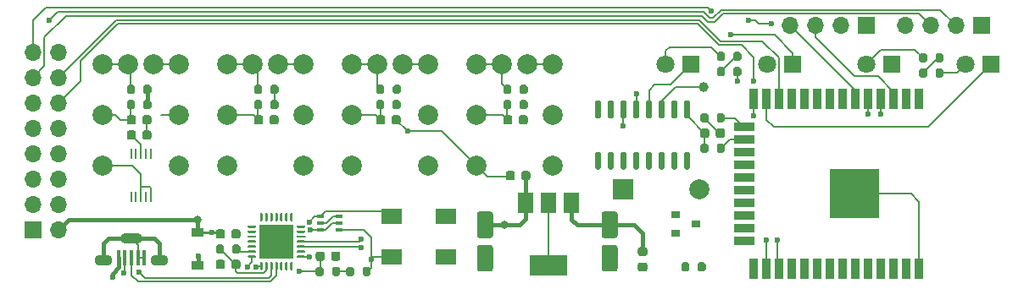
<source format=gbr>
%TF.GenerationSoftware,KiCad,Pcbnew,(5.1.10-1-10_14)*%
%TF.CreationDate,2021-10-13T21:31:21+02:00*%
%TF.ProjectId,MiliOhmMeter,4d696c69-4f68-46d4-9d65-7465722e6b69,rev?*%
%TF.SameCoordinates,Original*%
%TF.FileFunction,Copper,L2,Bot*%
%TF.FilePolarity,Positive*%
%FSLAX46Y46*%
G04 Gerber Fmt 4.6, Leading zero omitted, Abs format (unit mm)*
G04 Created by KiCad (PCBNEW (5.1.10-1-10_14)) date 2021-10-13 21:31:21*
%MOMM*%
%LPD*%
G01*
G04 APERTURE LIST*
%TA.AperFunction,ComponentPad*%
%ADD10O,2.200000X1.100000*%
%TD*%
%TA.AperFunction,ComponentPad*%
%ADD11O,1.800000X1.100000*%
%TD*%
%TA.AperFunction,SMDPad,CuDef*%
%ADD12R,0.450000X1.500000*%
%TD*%
%TA.AperFunction,SMDPad,CuDef*%
%ADD13R,1.500000X2.000000*%
%TD*%
%TA.AperFunction,SMDPad,CuDef*%
%ADD14R,3.800000X2.000000*%
%TD*%
%TA.AperFunction,SMDPad,CuDef*%
%ADD15C,1.000000*%
%TD*%
%TA.AperFunction,ComponentPad*%
%ADD16C,2.000000*%
%TD*%
%TA.AperFunction,SMDPad,CuDef*%
%ADD17R,2.000000X1.600000*%
%TD*%
%TA.AperFunction,ComponentPad*%
%ADD18O,1.700000X1.700000*%
%TD*%
%TA.AperFunction,ComponentPad*%
%ADD19R,1.700000X1.700000*%
%TD*%
%TA.AperFunction,SMDPad,CuDef*%
%ADD20R,0.250000X1.100000*%
%TD*%
%TA.AperFunction,SMDPad,CuDef*%
%ADD21R,3.350000X3.350000*%
%TD*%
%TA.AperFunction,SMDPad,CuDef*%
%ADD22R,0.900000X0.800000*%
%TD*%
%TA.AperFunction,SMDPad,CuDef*%
%ADD23R,0.650000X0.400000*%
%TD*%
%TA.AperFunction,SMDPad,CuDef*%
%ADD24R,5.000000X5.000000*%
%TD*%
%TA.AperFunction,SMDPad,CuDef*%
%ADD25R,0.900000X2.000000*%
%TD*%
%TA.AperFunction,SMDPad,CuDef*%
%ADD26R,2.000000X0.900000*%
%TD*%
%TA.AperFunction,ComponentPad*%
%ADD27C,1.800000*%
%TD*%
%TA.AperFunction,ComponentPad*%
%ADD28R,1.800000X1.800000*%
%TD*%
%TA.AperFunction,SMDPad,CuDef*%
%ADD29R,1.200000X0.900000*%
%TD*%
%TA.AperFunction,ComponentPad*%
%ADD30R,2.000000X2.000000*%
%TD*%
%TA.AperFunction,ViaPad*%
%ADD31C,0.600000*%
%TD*%
%TA.AperFunction,ViaPad*%
%ADD32C,0.800000*%
%TD*%
%TA.AperFunction,Conductor*%
%ADD33C,0.254000*%
%TD*%
%TA.AperFunction,Conductor*%
%ADD34C,0.203200*%
%TD*%
%TA.AperFunction,Conductor*%
%ADD35C,0.457200*%
%TD*%
%TA.AperFunction,Conductor*%
%ADD36C,0.200000*%
%TD*%
G04 APERTURE END LIST*
D10*
%TO.P,J1,SH*%
%TO.N,GND*%
X72644000Y-97477000D03*
D11*
X75444000Y-99627000D03*
X69844000Y-99627000D03*
D12*
%TO.P,J1,1*%
%TO.N,/VBUS*%
X71344000Y-99377000D03*
%TO.P,J1,5*%
%TO.N,GND*%
X73944000Y-99377000D03*
%TO.P,J1,2*%
%TO.N,/D-*%
X71994000Y-99377000D03*
%TO.P,J1,4*%
%TO.N,GND*%
X73294000Y-99377000D03*
%TO.P,J1,3*%
%TO.N,/D+*%
X72644000Y-99377000D03*
%TD*%
D13*
%TO.P,U4,1*%
%TO.N,+5V*%
X112000000Y-93878000D03*
%TO.P,U4,3*%
%TO.N,+3V3*%
X116600000Y-93878000D03*
%TO.P,U4,2*%
%TO.N,GND*%
X114300000Y-93878000D03*
D14*
X114300000Y-100178000D03*
%TD*%
D15*
%TO.P,TP1,1*%
%TO.N,/RESERVED*%
X129794000Y-82296000D03*
%TD*%
%TO.P,C13,2*%
%TO.N,GND*%
%TA.AperFunction,SMDPad,CuDef*%
G36*
G01*
X119846000Y-98140000D02*
X120946000Y-98140000D01*
G75*
G02*
X121196000Y-98390000I0J-250000D01*
G01*
X121196000Y-100540000D01*
G75*
G02*
X120946000Y-100790000I-250000J0D01*
G01*
X119846000Y-100790000D01*
G75*
G02*
X119596000Y-100540000I0J250000D01*
G01*
X119596000Y-98390000D01*
G75*
G02*
X119846000Y-98140000I250000J0D01*
G01*
G37*
%TD.AperFunction*%
%TO.P,C13,1*%
%TO.N,+3V3*%
%TA.AperFunction,SMDPad,CuDef*%
G36*
G01*
X119846000Y-94790000D02*
X120946000Y-94790000D01*
G75*
G02*
X121196000Y-95040000I0J-250000D01*
G01*
X121196000Y-97190000D01*
G75*
G02*
X120946000Y-97440000I-250000J0D01*
G01*
X119846000Y-97440000D01*
G75*
G02*
X119596000Y-97190000I0J250000D01*
G01*
X119596000Y-95040000D01*
G75*
G02*
X119846000Y-94790000I250000J0D01*
G01*
G37*
%TD.AperFunction*%
%TD*%
%TO.P,C12,2*%
%TO.N,GND*%
%TA.AperFunction,SMDPad,CuDef*%
G36*
G01*
X123448000Y-99893000D02*
X123948000Y-99893000D01*
G75*
G02*
X124173000Y-100118000I0J-225000D01*
G01*
X124173000Y-100568000D01*
G75*
G02*
X123948000Y-100793000I-225000J0D01*
G01*
X123448000Y-100793000D01*
G75*
G02*
X123223000Y-100568000I0J225000D01*
G01*
X123223000Y-100118000D01*
G75*
G02*
X123448000Y-99893000I225000J0D01*
G01*
G37*
%TD.AperFunction*%
%TO.P,C12,1*%
%TO.N,+3V3*%
%TA.AperFunction,SMDPad,CuDef*%
G36*
G01*
X123448000Y-98343000D02*
X123948000Y-98343000D01*
G75*
G02*
X124173000Y-98568000I0J-225000D01*
G01*
X124173000Y-99018000D01*
G75*
G02*
X123948000Y-99243000I-225000J0D01*
G01*
X123448000Y-99243000D01*
G75*
G02*
X123223000Y-99018000I0J225000D01*
G01*
X123223000Y-98568000D01*
G75*
G02*
X123448000Y-98343000I225000J0D01*
G01*
G37*
%TD.AperFunction*%
%TD*%
%TO.P,C11,2*%
%TO.N,GND*%
%TA.AperFunction,SMDPad,CuDef*%
G36*
G01*
X110927000Y-90936000D02*
X110927000Y-91436000D01*
G75*
G02*
X110702000Y-91661000I-225000J0D01*
G01*
X110252000Y-91661000D01*
G75*
G02*
X110027000Y-91436000I0J225000D01*
G01*
X110027000Y-90936000D01*
G75*
G02*
X110252000Y-90711000I225000J0D01*
G01*
X110702000Y-90711000D01*
G75*
G02*
X110927000Y-90936000I0J-225000D01*
G01*
G37*
%TD.AperFunction*%
%TO.P,C11,1*%
%TO.N,+5V*%
%TA.AperFunction,SMDPad,CuDef*%
G36*
G01*
X112477000Y-90936000D02*
X112477000Y-91436000D01*
G75*
G02*
X112252000Y-91661000I-225000J0D01*
G01*
X111802000Y-91661000D01*
G75*
G02*
X111577000Y-91436000I0J225000D01*
G01*
X111577000Y-90936000D01*
G75*
G02*
X111802000Y-90711000I225000J0D01*
G01*
X112252000Y-90711000D01*
G75*
G02*
X112477000Y-90936000I0J-225000D01*
G01*
G37*
%TD.AperFunction*%
%TD*%
%TO.P,C10,2*%
%TO.N,GND*%
%TA.AperFunction,SMDPad,CuDef*%
G36*
G01*
X107400000Y-98140000D02*
X108500000Y-98140000D01*
G75*
G02*
X108750000Y-98390000I0J-250000D01*
G01*
X108750000Y-100540000D01*
G75*
G02*
X108500000Y-100790000I-250000J0D01*
G01*
X107400000Y-100790000D01*
G75*
G02*
X107150000Y-100540000I0J250000D01*
G01*
X107150000Y-98390000D01*
G75*
G02*
X107400000Y-98140000I250000J0D01*
G01*
G37*
%TD.AperFunction*%
%TO.P,C10,1*%
%TO.N,+5V*%
%TA.AperFunction,SMDPad,CuDef*%
G36*
G01*
X107400000Y-94790000D02*
X108500000Y-94790000D01*
G75*
G02*
X108750000Y-95040000I0J-250000D01*
G01*
X108750000Y-97190000D01*
G75*
G02*
X108500000Y-97440000I-250000J0D01*
G01*
X107400000Y-97440000D01*
G75*
G02*
X107150000Y-97190000I0J250000D01*
G01*
X107150000Y-95040000D01*
G75*
G02*
X107400000Y-94790000I250000J0D01*
G01*
G37*
%TD.AperFunction*%
%TD*%
%TO.P,C9,2*%
%TO.N,GND*%
%TA.AperFunction,SMDPad,CuDef*%
G36*
G01*
X131008000Y-87181500D02*
X131008000Y-86681500D01*
G75*
G02*
X131233000Y-86456500I225000J0D01*
G01*
X131683000Y-86456500D01*
G75*
G02*
X131908000Y-86681500I0J-225000D01*
G01*
X131908000Y-87181500D01*
G75*
G02*
X131683000Y-87406500I-225000J0D01*
G01*
X131233000Y-87406500D01*
G75*
G02*
X131008000Y-87181500I0J225000D01*
G01*
G37*
%TD.AperFunction*%
%TO.P,C9,1*%
%TO.N,+3V3*%
%TA.AperFunction,SMDPad,CuDef*%
G36*
G01*
X129458000Y-87181500D02*
X129458000Y-86681500D01*
G75*
G02*
X129683000Y-86456500I225000J0D01*
G01*
X130133000Y-86456500D01*
G75*
G02*
X130358000Y-86681500I0J-225000D01*
G01*
X130358000Y-87181500D01*
G75*
G02*
X130133000Y-87406500I-225000J0D01*
G01*
X129683000Y-87406500D01*
G75*
G02*
X129458000Y-87181500I0J225000D01*
G01*
G37*
%TD.AperFunction*%
%TD*%
%TO.P,C8,2*%
%TO.N,GND*%
%TA.AperFunction,SMDPad,CuDef*%
G36*
G01*
X73731000Y-87372000D02*
X73731000Y-86872000D01*
G75*
G02*
X73956000Y-86647000I225000J0D01*
G01*
X74406000Y-86647000D01*
G75*
G02*
X74631000Y-86872000I0J-225000D01*
G01*
X74631000Y-87372000D01*
G75*
G02*
X74406000Y-87597000I-225000J0D01*
G01*
X73956000Y-87597000D01*
G75*
G02*
X73731000Y-87372000I0J225000D01*
G01*
G37*
%TD.AperFunction*%
%TO.P,C8,1*%
%TO.N,+3V3*%
%TA.AperFunction,SMDPad,CuDef*%
G36*
G01*
X72181000Y-87372000D02*
X72181000Y-86872000D01*
G75*
G02*
X72406000Y-86647000I225000J0D01*
G01*
X72856000Y-86647000D01*
G75*
G02*
X73081000Y-86872000I0J-225000D01*
G01*
X73081000Y-87372000D01*
G75*
G02*
X72856000Y-87597000I-225000J0D01*
G01*
X72406000Y-87597000D01*
G75*
G02*
X72181000Y-87372000I0J225000D01*
G01*
G37*
%TD.AperFunction*%
%TD*%
D16*
%TO.P,SW6,8*%
%TO.N,/LED_AUTO*%
X114681000Y-80010000D03*
%TO.P,SW6,5*%
%TO.N,Net-(R17-Pad2)*%
X107061000Y-80010000D03*
%TO.P,SW6,7*%
%TO.N,/LED_AUTO*%
X112141000Y-80010000D03*
%TO.P,SW6,6*%
%TO.N,Net-(R17-Pad2)*%
X109601000Y-80010000D03*
%TO.P,SW6,2*%
%TO.N,Net-(SW6-Pad2)*%
X114681000Y-90170000D03*
%TO.P,SW6,1*%
%TO.N,GND*%
X107061000Y-90170000D03*
%TO.P,SW6,4*%
%TO.N,/BUT_AUTO*%
X114681000Y-85090000D03*
%TO.P,SW6,3*%
X107061000Y-85090000D03*
%TD*%
%TO.P,SW5,8*%
%TO.N,/LED_200mA*%
X89789000Y-80010000D03*
%TO.P,SW5,5*%
%TO.N,Net-(R15-Pad2)*%
X82169000Y-80010000D03*
%TO.P,SW5,7*%
%TO.N,/LED_200mA*%
X87249000Y-80010000D03*
%TO.P,SW5,6*%
%TO.N,Net-(R15-Pad2)*%
X84709000Y-80010000D03*
%TO.P,SW5,2*%
%TO.N,Net-(SW5-Pad2)*%
X89789000Y-90170000D03*
%TO.P,SW5,1*%
%TO.N,GND*%
X82169000Y-90170000D03*
%TO.P,SW5,4*%
%TO.N,/BUT_200mA*%
X89789000Y-85090000D03*
%TO.P,SW5,3*%
X82169000Y-85090000D03*
%TD*%
D17*
%TO.P,SW4,1*%
%TO.N,/ESP_GPIO0*%
X98646000Y-99314000D03*
%TO.P,SW4,2*%
%TO.N,GND*%
X104046000Y-99314000D03*
%TD*%
%TO.P,SW3,1*%
%TO.N,/ESP_RST*%
X98646000Y-95250000D03*
%TO.P,SW3,2*%
%TO.N,GND*%
X104046000Y-95250000D03*
%TD*%
D16*
%TO.P,SW2,8*%
%TO.N,/LED_1000mA*%
X102235000Y-80010000D03*
%TO.P,SW2,5*%
%TO.N,Net-(R7-Pad2)*%
X94615000Y-80010000D03*
%TO.P,SW2,7*%
%TO.N,/LED_1000mA*%
X99695000Y-80010000D03*
%TO.P,SW2,6*%
%TO.N,Net-(R7-Pad2)*%
X97155000Y-80010000D03*
%TO.P,SW2,2*%
%TO.N,Net-(SW2-Pad2)*%
X102235000Y-90170000D03*
%TO.P,SW2,1*%
%TO.N,GND*%
X94615000Y-90170000D03*
%TO.P,SW2,4*%
%TO.N,/BUT_1000mA*%
X102235000Y-85090000D03*
%TO.P,SW2,3*%
X94615000Y-85090000D03*
%TD*%
%TO.P,SW1,8*%
%TO.N,/LED_20mA*%
X77343000Y-80010000D03*
%TO.P,SW1,5*%
%TO.N,Net-(R5-Pad2)*%
X69723000Y-80010000D03*
%TO.P,SW1,7*%
%TO.N,/LED_20mA*%
X74803000Y-80010000D03*
%TO.P,SW1,6*%
%TO.N,Net-(R5-Pad2)*%
X72263000Y-80010000D03*
%TO.P,SW1,2*%
%TO.N,Net-(SW1-Pad2)*%
X77343000Y-90170000D03*
%TO.P,SW1,1*%
%TO.N,GND*%
X69723000Y-90170000D03*
%TO.P,SW1,4*%
%TO.N,/BUT_20mA*%
X77343000Y-85090000D03*
%TO.P,SW1,3*%
X69723000Y-85090000D03*
%TD*%
D18*
%TO.P,J4,4*%
%TO.N,/I2C_SDA*%
X138430000Y-76136500D03*
%TO.P,J4,3*%
%TO.N,/I2C_SCL*%
X140970000Y-76136500D03*
%TO.P,J4,2*%
%TO.N,+3V3*%
X143510000Y-76136500D03*
D19*
%TO.P,J4,1*%
%TO.N,GND*%
X146050000Y-76136500D03*
%TD*%
D18*
%TO.P,J3,4*%
%TO.N,+9V*%
X149923500Y-76136500D03*
%TO.P,J3,3*%
%TO.N,/METER_N*%
X152463500Y-76136500D03*
%TO.P,J3,2*%
%TO.N,/METER_P*%
X155003500Y-76136500D03*
D19*
%TO.P,J3,1*%
%TO.N,GND*%
X157543500Y-76136500D03*
%TD*%
%TO.P,C6,2*%
%TO.N,GND*%
%TA.AperFunction,SMDPad,CuDef*%
G36*
G01*
X111323000Y-85848000D02*
X111323000Y-85348000D01*
G75*
G02*
X111548000Y-85123000I225000J0D01*
G01*
X111998000Y-85123000D01*
G75*
G02*
X112223000Y-85348000I0J-225000D01*
G01*
X112223000Y-85848000D01*
G75*
G02*
X111998000Y-86073000I-225000J0D01*
G01*
X111548000Y-86073000D01*
G75*
G02*
X111323000Y-85848000I0J225000D01*
G01*
G37*
%TD.AperFunction*%
%TO.P,C6,1*%
%TO.N,/BUT_AUTO*%
%TA.AperFunction,SMDPad,CuDef*%
G36*
G01*
X109773000Y-85848000D02*
X109773000Y-85348000D01*
G75*
G02*
X109998000Y-85123000I225000J0D01*
G01*
X110448000Y-85123000D01*
G75*
G02*
X110673000Y-85348000I0J-225000D01*
G01*
X110673000Y-85848000D01*
G75*
G02*
X110448000Y-86073000I-225000J0D01*
G01*
X109998000Y-86073000D01*
G75*
G02*
X109773000Y-85848000I0J225000D01*
G01*
G37*
%TD.AperFunction*%
%TD*%
%TO.P,C5,2*%
%TO.N,GND*%
%TA.AperFunction,SMDPad,CuDef*%
G36*
G01*
X86431000Y-85848000D02*
X86431000Y-85348000D01*
G75*
G02*
X86656000Y-85123000I225000J0D01*
G01*
X87106000Y-85123000D01*
G75*
G02*
X87331000Y-85348000I0J-225000D01*
G01*
X87331000Y-85848000D01*
G75*
G02*
X87106000Y-86073000I-225000J0D01*
G01*
X86656000Y-86073000D01*
G75*
G02*
X86431000Y-85848000I0J225000D01*
G01*
G37*
%TD.AperFunction*%
%TO.P,C5,1*%
%TO.N,/BUT_200mA*%
%TA.AperFunction,SMDPad,CuDef*%
G36*
G01*
X84881000Y-85848000D02*
X84881000Y-85348000D01*
G75*
G02*
X85106000Y-85123000I225000J0D01*
G01*
X85556000Y-85123000D01*
G75*
G02*
X85781000Y-85348000I0J-225000D01*
G01*
X85781000Y-85848000D01*
G75*
G02*
X85556000Y-86073000I-225000J0D01*
G01*
X85106000Y-86073000D01*
G75*
G02*
X84881000Y-85848000I0J225000D01*
G01*
G37*
%TD.AperFunction*%
%TD*%
%TO.P,C4,2*%
%TO.N,GND*%
%TA.AperFunction,SMDPad,CuDef*%
G36*
G01*
X98623000Y-85848000D02*
X98623000Y-85348000D01*
G75*
G02*
X98848000Y-85123000I225000J0D01*
G01*
X99298000Y-85123000D01*
G75*
G02*
X99523000Y-85348000I0J-225000D01*
G01*
X99523000Y-85848000D01*
G75*
G02*
X99298000Y-86073000I-225000J0D01*
G01*
X98848000Y-86073000D01*
G75*
G02*
X98623000Y-85848000I0J225000D01*
G01*
G37*
%TD.AperFunction*%
%TO.P,C4,1*%
%TO.N,/BUT_1000mA*%
%TA.AperFunction,SMDPad,CuDef*%
G36*
G01*
X97073000Y-85848000D02*
X97073000Y-85348000D01*
G75*
G02*
X97298000Y-85123000I225000J0D01*
G01*
X97748000Y-85123000D01*
G75*
G02*
X97973000Y-85348000I0J-225000D01*
G01*
X97973000Y-85848000D01*
G75*
G02*
X97748000Y-86073000I-225000J0D01*
G01*
X97298000Y-86073000D01*
G75*
G02*
X97073000Y-85848000I0J225000D01*
G01*
G37*
%TD.AperFunction*%
%TD*%
%TO.P,C3,2*%
%TO.N,GND*%
%TA.AperFunction,SMDPad,CuDef*%
G36*
G01*
X73731000Y-85848000D02*
X73731000Y-85348000D01*
G75*
G02*
X73956000Y-85123000I225000J0D01*
G01*
X74406000Y-85123000D01*
G75*
G02*
X74631000Y-85348000I0J-225000D01*
G01*
X74631000Y-85848000D01*
G75*
G02*
X74406000Y-86073000I-225000J0D01*
G01*
X73956000Y-86073000D01*
G75*
G02*
X73731000Y-85848000I0J225000D01*
G01*
G37*
%TD.AperFunction*%
%TO.P,C3,1*%
%TO.N,/BUT_20mA*%
%TA.AperFunction,SMDPad,CuDef*%
G36*
G01*
X72181000Y-85848000D02*
X72181000Y-85348000D01*
G75*
G02*
X72406000Y-85123000I225000J0D01*
G01*
X72856000Y-85123000D01*
G75*
G02*
X73081000Y-85348000I0J-225000D01*
G01*
X73081000Y-85848000D01*
G75*
G02*
X72856000Y-86073000I-225000J0D01*
G01*
X72406000Y-86073000D01*
G75*
G02*
X72181000Y-85848000I0J225000D01*
G01*
G37*
%TD.AperFunction*%
%TD*%
%TO.P,U3,16*%
%TO.N,+3V3*%
%TA.AperFunction,SMDPad,CuDef*%
G36*
G01*
X128293000Y-85422000D02*
X127993000Y-85422000D01*
G75*
G02*
X127843000Y-85272000I0J150000D01*
G01*
X127843000Y-83822000D01*
G75*
G02*
X127993000Y-83672000I150000J0D01*
G01*
X128293000Y-83672000D01*
G75*
G02*
X128443000Y-83822000I0J-150000D01*
G01*
X128443000Y-85272000D01*
G75*
G02*
X128293000Y-85422000I-150000J0D01*
G01*
G37*
%TD.AperFunction*%
%TO.P,U3,15*%
%TO.N,/ESP_RST*%
%TA.AperFunction,SMDPad,CuDef*%
G36*
G01*
X127023000Y-85422000D02*
X126723000Y-85422000D01*
G75*
G02*
X126573000Y-85272000I0J150000D01*
G01*
X126573000Y-83822000D01*
G75*
G02*
X126723000Y-83672000I150000J0D01*
G01*
X127023000Y-83672000D01*
G75*
G02*
X127173000Y-83822000I0J-150000D01*
G01*
X127173000Y-85272000D01*
G75*
G02*
X127023000Y-85422000I-150000J0D01*
G01*
G37*
%TD.AperFunction*%
%TO.P,U3,14*%
%TO.N,/RESERVED*%
%TA.AperFunction,SMDPad,CuDef*%
G36*
G01*
X125753000Y-85422000D02*
X125453000Y-85422000D01*
G75*
G02*
X125303000Y-85272000I0J150000D01*
G01*
X125303000Y-83822000D01*
G75*
G02*
X125453000Y-83672000I150000J0D01*
G01*
X125753000Y-83672000D01*
G75*
G02*
X125903000Y-83822000I0J-150000D01*
G01*
X125903000Y-85272000D01*
G75*
G02*
X125753000Y-85422000I-150000J0D01*
G01*
G37*
%TD.AperFunction*%
%TO.P,U3,13*%
%TO.N,/LED_OPEN*%
%TA.AperFunction,SMDPad,CuDef*%
G36*
G01*
X124483000Y-85422000D02*
X124183000Y-85422000D01*
G75*
G02*
X124033000Y-85272000I0J150000D01*
G01*
X124033000Y-83822000D01*
G75*
G02*
X124183000Y-83672000I150000J0D01*
G01*
X124483000Y-83672000D01*
G75*
G02*
X124633000Y-83822000I0J-150000D01*
G01*
X124633000Y-85272000D01*
G75*
G02*
X124483000Y-85422000I-150000J0D01*
G01*
G37*
%TD.AperFunction*%
%TO.P,U3,12*%
%TO.N,/LED_OK*%
%TA.AperFunction,SMDPad,CuDef*%
G36*
G01*
X123213000Y-85422000D02*
X122913000Y-85422000D01*
G75*
G02*
X122763000Y-85272000I0J150000D01*
G01*
X122763000Y-83822000D01*
G75*
G02*
X122913000Y-83672000I150000J0D01*
G01*
X123213000Y-83672000D01*
G75*
G02*
X123363000Y-83822000I0J-150000D01*
G01*
X123363000Y-85272000D01*
G75*
G02*
X123213000Y-85422000I-150000J0D01*
G01*
G37*
%TD.AperFunction*%
%TO.P,U3,11*%
%TO.N,/LED_ERROR*%
%TA.AperFunction,SMDPad,CuDef*%
G36*
G01*
X121943000Y-85422000D02*
X121643000Y-85422000D01*
G75*
G02*
X121493000Y-85272000I0J150000D01*
G01*
X121493000Y-83822000D01*
G75*
G02*
X121643000Y-83672000I150000J0D01*
G01*
X121943000Y-83672000D01*
G75*
G02*
X122093000Y-83822000I0J-150000D01*
G01*
X122093000Y-85272000D01*
G75*
G02*
X121943000Y-85422000I-150000J0D01*
G01*
G37*
%TD.AperFunction*%
%TO.P,U3,10*%
%TO.N,/LED_200mA*%
%TA.AperFunction,SMDPad,CuDef*%
G36*
G01*
X120673000Y-85422000D02*
X120373000Y-85422000D01*
G75*
G02*
X120223000Y-85272000I0J150000D01*
G01*
X120223000Y-83822000D01*
G75*
G02*
X120373000Y-83672000I150000J0D01*
G01*
X120673000Y-83672000D01*
G75*
G02*
X120823000Y-83822000I0J-150000D01*
G01*
X120823000Y-85272000D01*
G75*
G02*
X120673000Y-85422000I-150000J0D01*
G01*
G37*
%TD.AperFunction*%
%TO.P,U3,9*%
%TO.N,/LED_20mA*%
%TA.AperFunction,SMDPad,CuDef*%
G36*
G01*
X119403000Y-85422000D02*
X119103000Y-85422000D01*
G75*
G02*
X118953000Y-85272000I0J150000D01*
G01*
X118953000Y-83822000D01*
G75*
G02*
X119103000Y-83672000I150000J0D01*
G01*
X119403000Y-83672000D01*
G75*
G02*
X119553000Y-83822000I0J-150000D01*
G01*
X119553000Y-85272000D01*
G75*
G02*
X119403000Y-85422000I-150000J0D01*
G01*
G37*
%TD.AperFunction*%
%TO.P,U3,8*%
%TO.N,GND*%
%TA.AperFunction,SMDPad,CuDef*%
G36*
G01*
X119403000Y-90572000D02*
X119103000Y-90572000D01*
G75*
G02*
X118953000Y-90422000I0J150000D01*
G01*
X118953000Y-88972000D01*
G75*
G02*
X119103000Y-88822000I150000J0D01*
G01*
X119403000Y-88822000D01*
G75*
G02*
X119553000Y-88972000I0J-150000D01*
G01*
X119553000Y-90422000D01*
G75*
G02*
X119403000Y-90572000I-150000J0D01*
G01*
G37*
%TD.AperFunction*%
%TO.P,U3,7*%
%TO.N,/LED_AUTO*%
%TA.AperFunction,SMDPad,CuDef*%
G36*
G01*
X120673000Y-90572000D02*
X120373000Y-90572000D01*
G75*
G02*
X120223000Y-90422000I0J150000D01*
G01*
X120223000Y-88972000D01*
G75*
G02*
X120373000Y-88822000I150000J0D01*
G01*
X120673000Y-88822000D01*
G75*
G02*
X120823000Y-88972000I0J-150000D01*
G01*
X120823000Y-90422000D01*
G75*
G02*
X120673000Y-90572000I-150000J0D01*
G01*
G37*
%TD.AperFunction*%
%TO.P,U3,6*%
%TO.N,/LED_1000mA*%
%TA.AperFunction,SMDPad,CuDef*%
G36*
G01*
X121943000Y-90572000D02*
X121643000Y-90572000D01*
G75*
G02*
X121493000Y-90422000I0J150000D01*
G01*
X121493000Y-88972000D01*
G75*
G02*
X121643000Y-88822000I150000J0D01*
G01*
X121943000Y-88822000D01*
G75*
G02*
X122093000Y-88972000I0J-150000D01*
G01*
X122093000Y-90422000D01*
G75*
G02*
X121943000Y-90572000I-150000J0D01*
G01*
G37*
%TD.AperFunction*%
%TO.P,U3,5*%
%TO.N,GND*%
%TA.AperFunction,SMDPad,CuDef*%
G36*
G01*
X123213000Y-90572000D02*
X122913000Y-90572000D01*
G75*
G02*
X122763000Y-90422000I0J150000D01*
G01*
X122763000Y-88972000D01*
G75*
G02*
X122913000Y-88822000I150000J0D01*
G01*
X123213000Y-88822000D01*
G75*
G02*
X123363000Y-88972000I0J-150000D01*
G01*
X123363000Y-90422000D01*
G75*
G02*
X123213000Y-90572000I-150000J0D01*
G01*
G37*
%TD.AperFunction*%
%TO.P,U3,4*%
%TA.AperFunction,SMDPad,CuDef*%
G36*
G01*
X124483000Y-90572000D02*
X124183000Y-90572000D01*
G75*
G02*
X124033000Y-90422000I0J150000D01*
G01*
X124033000Y-88972000D01*
G75*
G02*
X124183000Y-88822000I150000J0D01*
G01*
X124483000Y-88822000D01*
G75*
G02*
X124633000Y-88972000I0J-150000D01*
G01*
X124633000Y-90422000D01*
G75*
G02*
X124483000Y-90572000I-150000J0D01*
G01*
G37*
%TD.AperFunction*%
%TO.P,U3,3*%
%TA.AperFunction,SMDPad,CuDef*%
G36*
G01*
X125753000Y-90572000D02*
X125453000Y-90572000D01*
G75*
G02*
X125303000Y-90422000I0J150000D01*
G01*
X125303000Y-88972000D01*
G75*
G02*
X125453000Y-88822000I150000J0D01*
G01*
X125753000Y-88822000D01*
G75*
G02*
X125903000Y-88972000I0J-150000D01*
G01*
X125903000Y-90422000D01*
G75*
G02*
X125753000Y-90572000I-150000J0D01*
G01*
G37*
%TD.AperFunction*%
%TO.P,U3,2*%
%TO.N,/I2C_SDA*%
%TA.AperFunction,SMDPad,CuDef*%
G36*
G01*
X127023000Y-90572000D02*
X126723000Y-90572000D01*
G75*
G02*
X126573000Y-90422000I0J150000D01*
G01*
X126573000Y-88972000D01*
G75*
G02*
X126723000Y-88822000I150000J0D01*
G01*
X127023000Y-88822000D01*
G75*
G02*
X127173000Y-88972000I0J-150000D01*
G01*
X127173000Y-90422000D01*
G75*
G02*
X127023000Y-90572000I-150000J0D01*
G01*
G37*
%TD.AperFunction*%
%TO.P,U3,1*%
%TO.N,/I2C_SCL*%
%TA.AperFunction,SMDPad,CuDef*%
G36*
G01*
X128293000Y-90572000D02*
X127993000Y-90572000D01*
G75*
G02*
X127843000Y-90422000I0J150000D01*
G01*
X127843000Y-88972000D01*
G75*
G02*
X127993000Y-88822000I150000J0D01*
G01*
X128293000Y-88822000D01*
G75*
G02*
X128443000Y-88972000I0J-150000D01*
G01*
X128443000Y-90422000D01*
G75*
G02*
X128293000Y-90572000I-150000J0D01*
G01*
G37*
%TD.AperFunction*%
%TD*%
D20*
%TO.P,U2,10*%
%TO.N,/I2C_SCL*%
X74596500Y-88972500D03*
%TO.P,U2,9*%
%TO.N,/I2C_SDA*%
X74096500Y-88972500D03*
%TO.P,U2,8*%
%TO.N,+3V3*%
X73596500Y-88972500D03*
%TO.P,U2,7*%
%TO.N,Net-(U2-Pad7)*%
X73096500Y-88972500D03*
%TO.P,U2,6*%
%TO.N,Net-(U2-Pad6)*%
X72596500Y-88972500D03*
%TO.P,U2,5*%
%TO.N,Net-(U2-Pad5)*%
X72596500Y-93272500D03*
%TO.P,U2,4*%
%TO.N,/IN_ADC*%
X73096500Y-93272500D03*
%TO.P,U2,3*%
%TO.N,GND*%
X73596500Y-93272500D03*
%TO.P,U2,2*%
%TO.N,/ADC_RDY*%
X74096500Y-93272500D03*
%TO.P,U2,1*%
%TO.N,GND*%
X74596500Y-93272500D03*
%TD*%
D21*
%TO.P,U1,29*%
%TO.N,GND*%
X87122000Y-97790000D03*
%TO.P,U1,28*%
%TO.N,/DTR*%
%TA.AperFunction,SMDPad,CuDef*%
G36*
G01*
X89909500Y-99415000D02*
X89234500Y-99415000D01*
G75*
G02*
X89172000Y-99352500I0J62500D01*
G01*
X89172000Y-99227500D01*
G75*
G02*
X89234500Y-99165000I62500J0D01*
G01*
X89909500Y-99165000D01*
G75*
G02*
X89972000Y-99227500I0J-62500D01*
G01*
X89972000Y-99352500D01*
G75*
G02*
X89909500Y-99415000I-62500J0D01*
G01*
G37*
%TD.AperFunction*%
%TO.P,U1,27*%
%TO.N,Net-(U1-Pad27)*%
%TA.AperFunction,SMDPad,CuDef*%
G36*
G01*
X89909500Y-98915000D02*
X89234500Y-98915000D01*
G75*
G02*
X89172000Y-98852500I0J62500D01*
G01*
X89172000Y-98727500D01*
G75*
G02*
X89234500Y-98665000I62500J0D01*
G01*
X89909500Y-98665000D01*
G75*
G02*
X89972000Y-98727500I0J-62500D01*
G01*
X89972000Y-98852500D01*
G75*
G02*
X89909500Y-98915000I-62500J0D01*
G01*
G37*
%TD.AperFunction*%
%TO.P,U1,26*%
%TO.N,/ESP_RX*%
%TA.AperFunction,SMDPad,CuDef*%
G36*
G01*
X89909500Y-98415000D02*
X89234500Y-98415000D01*
G75*
G02*
X89172000Y-98352500I0J62500D01*
G01*
X89172000Y-98227500D01*
G75*
G02*
X89234500Y-98165000I62500J0D01*
G01*
X89909500Y-98165000D01*
G75*
G02*
X89972000Y-98227500I0J-62500D01*
G01*
X89972000Y-98352500D01*
G75*
G02*
X89909500Y-98415000I-62500J0D01*
G01*
G37*
%TD.AperFunction*%
%TO.P,U1,25*%
%TO.N,/ESP_TX*%
%TA.AperFunction,SMDPad,CuDef*%
G36*
G01*
X89909500Y-97915000D02*
X89234500Y-97915000D01*
G75*
G02*
X89172000Y-97852500I0J62500D01*
G01*
X89172000Y-97727500D01*
G75*
G02*
X89234500Y-97665000I62500J0D01*
G01*
X89909500Y-97665000D01*
G75*
G02*
X89972000Y-97727500I0J-62500D01*
G01*
X89972000Y-97852500D01*
G75*
G02*
X89909500Y-97915000I-62500J0D01*
G01*
G37*
%TD.AperFunction*%
%TO.P,U1,24*%
%TO.N,/RTS*%
%TA.AperFunction,SMDPad,CuDef*%
G36*
G01*
X89909500Y-97415000D02*
X89234500Y-97415000D01*
G75*
G02*
X89172000Y-97352500I0J62500D01*
G01*
X89172000Y-97227500D01*
G75*
G02*
X89234500Y-97165000I62500J0D01*
G01*
X89909500Y-97165000D01*
G75*
G02*
X89972000Y-97227500I0J-62500D01*
G01*
X89972000Y-97352500D01*
G75*
G02*
X89909500Y-97415000I-62500J0D01*
G01*
G37*
%TD.AperFunction*%
%TO.P,U1,23*%
%TO.N,Net-(U1-Pad23)*%
%TA.AperFunction,SMDPad,CuDef*%
G36*
G01*
X89909500Y-96915000D02*
X89234500Y-96915000D01*
G75*
G02*
X89172000Y-96852500I0J62500D01*
G01*
X89172000Y-96727500D01*
G75*
G02*
X89234500Y-96665000I62500J0D01*
G01*
X89909500Y-96665000D01*
G75*
G02*
X89972000Y-96727500I0J-62500D01*
G01*
X89972000Y-96852500D01*
G75*
G02*
X89909500Y-96915000I-62500J0D01*
G01*
G37*
%TD.AperFunction*%
%TO.P,U1,22*%
%TO.N,Net-(U1-Pad22)*%
%TA.AperFunction,SMDPad,CuDef*%
G36*
G01*
X89909500Y-96415000D02*
X89234500Y-96415000D01*
G75*
G02*
X89172000Y-96352500I0J62500D01*
G01*
X89172000Y-96227500D01*
G75*
G02*
X89234500Y-96165000I62500J0D01*
G01*
X89909500Y-96165000D01*
G75*
G02*
X89972000Y-96227500I0J-62500D01*
G01*
X89972000Y-96352500D01*
G75*
G02*
X89909500Y-96415000I-62500J0D01*
G01*
G37*
%TD.AperFunction*%
%TO.P,U1,21*%
%TO.N,Net-(U1-Pad21)*%
%TA.AperFunction,SMDPad,CuDef*%
G36*
G01*
X88684500Y-95740000D02*
X88559500Y-95740000D01*
G75*
G02*
X88497000Y-95677500I0J62500D01*
G01*
X88497000Y-95002500D01*
G75*
G02*
X88559500Y-94940000I62500J0D01*
G01*
X88684500Y-94940000D01*
G75*
G02*
X88747000Y-95002500I0J-62500D01*
G01*
X88747000Y-95677500D01*
G75*
G02*
X88684500Y-95740000I-62500J0D01*
G01*
G37*
%TD.AperFunction*%
%TO.P,U1,20*%
%TO.N,Net-(U1-Pad20)*%
%TA.AperFunction,SMDPad,CuDef*%
G36*
G01*
X88184500Y-95740000D02*
X88059500Y-95740000D01*
G75*
G02*
X87997000Y-95677500I0J62500D01*
G01*
X87997000Y-95002500D01*
G75*
G02*
X88059500Y-94940000I62500J0D01*
G01*
X88184500Y-94940000D01*
G75*
G02*
X88247000Y-95002500I0J-62500D01*
G01*
X88247000Y-95677500D01*
G75*
G02*
X88184500Y-95740000I-62500J0D01*
G01*
G37*
%TD.AperFunction*%
%TO.P,U1,19*%
%TO.N,Net-(U1-Pad19)*%
%TA.AperFunction,SMDPad,CuDef*%
G36*
G01*
X87684500Y-95740000D02*
X87559500Y-95740000D01*
G75*
G02*
X87497000Y-95677500I0J62500D01*
G01*
X87497000Y-95002500D01*
G75*
G02*
X87559500Y-94940000I62500J0D01*
G01*
X87684500Y-94940000D01*
G75*
G02*
X87747000Y-95002500I0J-62500D01*
G01*
X87747000Y-95677500D01*
G75*
G02*
X87684500Y-95740000I-62500J0D01*
G01*
G37*
%TD.AperFunction*%
%TO.P,U1,18*%
%TO.N,Net-(U1-Pad18)*%
%TA.AperFunction,SMDPad,CuDef*%
G36*
G01*
X87184500Y-95740000D02*
X87059500Y-95740000D01*
G75*
G02*
X86997000Y-95677500I0J62500D01*
G01*
X86997000Y-95002500D01*
G75*
G02*
X87059500Y-94940000I62500J0D01*
G01*
X87184500Y-94940000D01*
G75*
G02*
X87247000Y-95002500I0J-62500D01*
G01*
X87247000Y-95677500D01*
G75*
G02*
X87184500Y-95740000I-62500J0D01*
G01*
G37*
%TD.AperFunction*%
%TO.P,U1,17*%
%TO.N,Net-(U1-Pad17)*%
%TA.AperFunction,SMDPad,CuDef*%
G36*
G01*
X86684500Y-95740000D02*
X86559500Y-95740000D01*
G75*
G02*
X86497000Y-95677500I0J62500D01*
G01*
X86497000Y-95002500D01*
G75*
G02*
X86559500Y-94940000I62500J0D01*
G01*
X86684500Y-94940000D01*
G75*
G02*
X86747000Y-95002500I0J-62500D01*
G01*
X86747000Y-95677500D01*
G75*
G02*
X86684500Y-95740000I-62500J0D01*
G01*
G37*
%TD.AperFunction*%
%TO.P,U1,16*%
%TO.N,Net-(U1-Pad16)*%
%TA.AperFunction,SMDPad,CuDef*%
G36*
G01*
X86184500Y-95740000D02*
X86059500Y-95740000D01*
G75*
G02*
X85997000Y-95677500I0J62500D01*
G01*
X85997000Y-95002500D01*
G75*
G02*
X86059500Y-94940000I62500J0D01*
G01*
X86184500Y-94940000D01*
G75*
G02*
X86247000Y-95002500I0J-62500D01*
G01*
X86247000Y-95677500D01*
G75*
G02*
X86184500Y-95740000I-62500J0D01*
G01*
G37*
%TD.AperFunction*%
%TO.P,U1,15*%
%TO.N,Net-(U1-Pad15)*%
%TA.AperFunction,SMDPad,CuDef*%
G36*
G01*
X85684500Y-95740000D02*
X85559500Y-95740000D01*
G75*
G02*
X85497000Y-95677500I0J62500D01*
G01*
X85497000Y-95002500D01*
G75*
G02*
X85559500Y-94940000I62500J0D01*
G01*
X85684500Y-94940000D01*
G75*
G02*
X85747000Y-95002500I0J-62500D01*
G01*
X85747000Y-95677500D01*
G75*
G02*
X85684500Y-95740000I-62500J0D01*
G01*
G37*
%TD.AperFunction*%
%TO.P,U1,14*%
%TO.N,Net-(U1-Pad14)*%
%TA.AperFunction,SMDPad,CuDef*%
G36*
G01*
X85009500Y-96415000D02*
X84334500Y-96415000D01*
G75*
G02*
X84272000Y-96352500I0J62500D01*
G01*
X84272000Y-96227500D01*
G75*
G02*
X84334500Y-96165000I62500J0D01*
G01*
X85009500Y-96165000D01*
G75*
G02*
X85072000Y-96227500I0J-62500D01*
G01*
X85072000Y-96352500D01*
G75*
G02*
X85009500Y-96415000I-62500J0D01*
G01*
G37*
%TD.AperFunction*%
%TO.P,U1,13*%
%TO.N,Net-(U1-Pad13)*%
%TA.AperFunction,SMDPad,CuDef*%
G36*
G01*
X85009500Y-96915000D02*
X84334500Y-96915000D01*
G75*
G02*
X84272000Y-96852500I0J62500D01*
G01*
X84272000Y-96727500D01*
G75*
G02*
X84334500Y-96665000I62500J0D01*
G01*
X85009500Y-96665000D01*
G75*
G02*
X85072000Y-96727500I0J-62500D01*
G01*
X85072000Y-96852500D01*
G75*
G02*
X85009500Y-96915000I-62500J0D01*
G01*
G37*
%TD.AperFunction*%
%TO.P,U1,12*%
%TO.N,Net-(U1-Pad12)*%
%TA.AperFunction,SMDPad,CuDef*%
G36*
G01*
X85009500Y-97415000D02*
X84334500Y-97415000D01*
G75*
G02*
X84272000Y-97352500I0J62500D01*
G01*
X84272000Y-97227500D01*
G75*
G02*
X84334500Y-97165000I62500J0D01*
G01*
X85009500Y-97165000D01*
G75*
G02*
X85072000Y-97227500I0J-62500D01*
G01*
X85072000Y-97352500D01*
G75*
G02*
X85009500Y-97415000I-62500J0D01*
G01*
G37*
%TD.AperFunction*%
%TO.P,U1,11*%
%TO.N,Net-(U1-Pad11)*%
%TA.AperFunction,SMDPad,CuDef*%
G36*
G01*
X85009500Y-97915000D02*
X84334500Y-97915000D01*
G75*
G02*
X84272000Y-97852500I0J62500D01*
G01*
X84272000Y-97727500D01*
G75*
G02*
X84334500Y-97665000I62500J0D01*
G01*
X85009500Y-97665000D01*
G75*
G02*
X85072000Y-97727500I0J-62500D01*
G01*
X85072000Y-97852500D01*
G75*
G02*
X85009500Y-97915000I-62500J0D01*
G01*
G37*
%TD.AperFunction*%
%TO.P,U1,10*%
%TO.N,Net-(U1-Pad10)*%
%TA.AperFunction,SMDPad,CuDef*%
G36*
G01*
X85009500Y-98415000D02*
X84334500Y-98415000D01*
G75*
G02*
X84272000Y-98352500I0J62500D01*
G01*
X84272000Y-98227500D01*
G75*
G02*
X84334500Y-98165000I62500J0D01*
G01*
X85009500Y-98165000D01*
G75*
G02*
X85072000Y-98227500I0J-62500D01*
G01*
X85072000Y-98352500D01*
G75*
G02*
X85009500Y-98415000I-62500J0D01*
G01*
G37*
%TD.AperFunction*%
%TO.P,U1,9*%
%TO.N,/USB_RST*%
%TA.AperFunction,SMDPad,CuDef*%
G36*
G01*
X85009500Y-98915000D02*
X84334500Y-98915000D01*
G75*
G02*
X84272000Y-98852500I0J62500D01*
G01*
X84272000Y-98727500D01*
G75*
G02*
X84334500Y-98665000I62500J0D01*
G01*
X85009500Y-98665000D01*
G75*
G02*
X85072000Y-98727500I0J-62500D01*
G01*
X85072000Y-98852500D01*
G75*
G02*
X85009500Y-98915000I-62500J0D01*
G01*
G37*
%TD.AperFunction*%
%TO.P,U1,8*%
%TO.N,/VBUS*%
%TA.AperFunction,SMDPad,CuDef*%
G36*
G01*
X85009500Y-99415000D02*
X84334500Y-99415000D01*
G75*
G02*
X84272000Y-99352500I0J62500D01*
G01*
X84272000Y-99227500D01*
G75*
G02*
X84334500Y-99165000I62500J0D01*
G01*
X85009500Y-99165000D01*
G75*
G02*
X85072000Y-99227500I0J-62500D01*
G01*
X85072000Y-99352500D01*
G75*
G02*
X85009500Y-99415000I-62500J0D01*
G01*
G37*
%TD.AperFunction*%
%TO.P,U1,7*%
%TO.N,+5V*%
%TA.AperFunction,SMDPad,CuDef*%
G36*
G01*
X85684500Y-100640000D02*
X85559500Y-100640000D01*
G75*
G02*
X85497000Y-100577500I0J62500D01*
G01*
X85497000Y-99902500D01*
G75*
G02*
X85559500Y-99840000I62500J0D01*
G01*
X85684500Y-99840000D01*
G75*
G02*
X85747000Y-99902500I0J-62500D01*
G01*
X85747000Y-100577500D01*
G75*
G02*
X85684500Y-100640000I-62500J0D01*
G01*
G37*
%TD.AperFunction*%
%TO.P,U1,6*%
%TO.N,+3V3*%
%TA.AperFunction,SMDPad,CuDef*%
G36*
G01*
X86184500Y-100640000D02*
X86059500Y-100640000D01*
G75*
G02*
X85997000Y-100577500I0J62500D01*
G01*
X85997000Y-99902500D01*
G75*
G02*
X86059500Y-99840000I62500J0D01*
G01*
X86184500Y-99840000D01*
G75*
G02*
X86247000Y-99902500I0J-62500D01*
G01*
X86247000Y-100577500D01*
G75*
G02*
X86184500Y-100640000I-62500J0D01*
G01*
G37*
%TD.AperFunction*%
%TO.P,U1,5*%
%TO.N,/D-*%
%TA.AperFunction,SMDPad,CuDef*%
G36*
G01*
X86684500Y-100640000D02*
X86559500Y-100640000D01*
G75*
G02*
X86497000Y-100577500I0J62500D01*
G01*
X86497000Y-99902500D01*
G75*
G02*
X86559500Y-99840000I62500J0D01*
G01*
X86684500Y-99840000D01*
G75*
G02*
X86747000Y-99902500I0J-62500D01*
G01*
X86747000Y-100577500D01*
G75*
G02*
X86684500Y-100640000I-62500J0D01*
G01*
G37*
%TD.AperFunction*%
%TO.P,U1,4*%
%TO.N,/D+*%
%TA.AperFunction,SMDPad,CuDef*%
G36*
G01*
X87184500Y-100640000D02*
X87059500Y-100640000D01*
G75*
G02*
X86997000Y-100577500I0J62500D01*
G01*
X86997000Y-99902500D01*
G75*
G02*
X87059500Y-99840000I62500J0D01*
G01*
X87184500Y-99840000D01*
G75*
G02*
X87247000Y-99902500I0J-62500D01*
G01*
X87247000Y-100577500D01*
G75*
G02*
X87184500Y-100640000I-62500J0D01*
G01*
G37*
%TD.AperFunction*%
%TO.P,U1,3*%
%TO.N,GND*%
%TA.AperFunction,SMDPad,CuDef*%
G36*
G01*
X87684500Y-100640000D02*
X87559500Y-100640000D01*
G75*
G02*
X87497000Y-100577500I0J62500D01*
G01*
X87497000Y-99902500D01*
G75*
G02*
X87559500Y-99840000I62500J0D01*
G01*
X87684500Y-99840000D01*
G75*
G02*
X87747000Y-99902500I0J-62500D01*
G01*
X87747000Y-100577500D01*
G75*
G02*
X87684500Y-100640000I-62500J0D01*
G01*
G37*
%TD.AperFunction*%
%TO.P,U1,2*%
%TO.N,Net-(U1-Pad2)*%
%TA.AperFunction,SMDPad,CuDef*%
G36*
G01*
X88184500Y-100640000D02*
X88059500Y-100640000D01*
G75*
G02*
X87997000Y-100577500I0J62500D01*
G01*
X87997000Y-99902500D01*
G75*
G02*
X88059500Y-99840000I62500J0D01*
G01*
X88184500Y-99840000D01*
G75*
G02*
X88247000Y-99902500I0J-62500D01*
G01*
X88247000Y-100577500D01*
G75*
G02*
X88184500Y-100640000I-62500J0D01*
G01*
G37*
%TD.AperFunction*%
%TO.P,U1,1*%
%TO.N,Net-(U1-Pad1)*%
%TA.AperFunction,SMDPad,CuDef*%
G36*
G01*
X88684500Y-100640000D02*
X88559500Y-100640000D01*
G75*
G02*
X88497000Y-100577500I0J62500D01*
G01*
X88497000Y-99902500D01*
G75*
G02*
X88559500Y-99840000I62500J0D01*
G01*
X88684500Y-99840000D01*
G75*
G02*
X88747000Y-99902500I0J-62500D01*
G01*
X88747000Y-100577500D01*
G75*
G02*
X88684500Y-100640000I-62500J0D01*
G01*
G37*
%TD.AperFunction*%
%TD*%
%TO.P,R18,2*%
%TO.N,/BUT_AUTO*%
%TA.AperFunction,SMDPad,CuDef*%
G36*
G01*
X110573000Y-83799000D02*
X110573000Y-84349000D01*
G75*
G02*
X110373000Y-84549000I-200000J0D01*
G01*
X109973000Y-84549000D01*
G75*
G02*
X109773000Y-84349000I0J200000D01*
G01*
X109773000Y-83799000D01*
G75*
G02*
X109973000Y-83599000I200000J0D01*
G01*
X110373000Y-83599000D01*
G75*
G02*
X110573000Y-83799000I0J-200000D01*
G01*
G37*
%TD.AperFunction*%
%TO.P,R18,1*%
%TO.N,+3V3*%
%TA.AperFunction,SMDPad,CuDef*%
G36*
G01*
X112223000Y-83799000D02*
X112223000Y-84349000D01*
G75*
G02*
X112023000Y-84549000I-200000J0D01*
G01*
X111623000Y-84549000D01*
G75*
G02*
X111423000Y-84349000I0J200000D01*
G01*
X111423000Y-83799000D01*
G75*
G02*
X111623000Y-83599000I200000J0D01*
G01*
X112023000Y-83599000D01*
G75*
G02*
X112223000Y-83799000I0J-200000D01*
G01*
G37*
%TD.AperFunction*%
%TD*%
%TO.P,R17,2*%
%TO.N,Net-(R17-Pad2)*%
%TA.AperFunction,SMDPad,CuDef*%
G36*
G01*
X110573000Y-82275000D02*
X110573000Y-82825000D01*
G75*
G02*
X110373000Y-83025000I-200000J0D01*
G01*
X109973000Y-83025000D01*
G75*
G02*
X109773000Y-82825000I0J200000D01*
G01*
X109773000Y-82275000D01*
G75*
G02*
X109973000Y-82075000I200000J0D01*
G01*
X110373000Y-82075000D01*
G75*
G02*
X110573000Y-82275000I0J-200000D01*
G01*
G37*
%TD.AperFunction*%
%TO.P,R17,1*%
%TO.N,+3V3*%
%TA.AperFunction,SMDPad,CuDef*%
G36*
G01*
X112223000Y-82275000D02*
X112223000Y-82825000D01*
G75*
G02*
X112023000Y-83025000I-200000J0D01*
G01*
X111623000Y-83025000D01*
G75*
G02*
X111423000Y-82825000I0J200000D01*
G01*
X111423000Y-82275000D01*
G75*
G02*
X111623000Y-82075000I200000J0D01*
G01*
X112023000Y-82075000D01*
G75*
G02*
X112223000Y-82275000I0J-200000D01*
G01*
G37*
%TD.AperFunction*%
%TD*%
%TO.P,R16,2*%
%TO.N,/BUT_200mA*%
%TA.AperFunction,SMDPad,CuDef*%
G36*
G01*
X85681000Y-83799000D02*
X85681000Y-84349000D01*
G75*
G02*
X85481000Y-84549000I-200000J0D01*
G01*
X85081000Y-84549000D01*
G75*
G02*
X84881000Y-84349000I0J200000D01*
G01*
X84881000Y-83799000D01*
G75*
G02*
X85081000Y-83599000I200000J0D01*
G01*
X85481000Y-83599000D01*
G75*
G02*
X85681000Y-83799000I0J-200000D01*
G01*
G37*
%TD.AperFunction*%
%TO.P,R16,1*%
%TO.N,+3V3*%
%TA.AperFunction,SMDPad,CuDef*%
G36*
G01*
X87331000Y-83799000D02*
X87331000Y-84349000D01*
G75*
G02*
X87131000Y-84549000I-200000J0D01*
G01*
X86731000Y-84549000D01*
G75*
G02*
X86531000Y-84349000I0J200000D01*
G01*
X86531000Y-83799000D01*
G75*
G02*
X86731000Y-83599000I200000J0D01*
G01*
X87131000Y-83599000D01*
G75*
G02*
X87331000Y-83799000I0J-200000D01*
G01*
G37*
%TD.AperFunction*%
%TD*%
%TO.P,R15,2*%
%TO.N,Net-(R15-Pad2)*%
%TA.AperFunction,SMDPad,CuDef*%
G36*
G01*
X85681000Y-82275000D02*
X85681000Y-82825000D01*
G75*
G02*
X85481000Y-83025000I-200000J0D01*
G01*
X85081000Y-83025000D01*
G75*
G02*
X84881000Y-82825000I0J200000D01*
G01*
X84881000Y-82275000D01*
G75*
G02*
X85081000Y-82075000I200000J0D01*
G01*
X85481000Y-82075000D01*
G75*
G02*
X85681000Y-82275000I0J-200000D01*
G01*
G37*
%TD.AperFunction*%
%TO.P,R15,1*%
%TO.N,+3V3*%
%TA.AperFunction,SMDPad,CuDef*%
G36*
G01*
X87331000Y-82275000D02*
X87331000Y-82825000D01*
G75*
G02*
X87131000Y-83025000I-200000J0D01*
G01*
X86731000Y-83025000D01*
G75*
G02*
X86531000Y-82825000I0J200000D01*
G01*
X86531000Y-82275000D01*
G75*
G02*
X86731000Y-82075000I200000J0D01*
G01*
X87131000Y-82075000D01*
G75*
G02*
X87331000Y-82275000I0J-200000D01*
G01*
G37*
%TD.AperFunction*%
%TD*%
%TO.P,R14,2*%
%TO.N,GND*%
%TA.AperFunction,SMDPad,CuDef*%
G36*
G01*
X130258000Y-85132500D02*
X130258000Y-85682500D01*
G75*
G02*
X130058000Y-85882500I-200000J0D01*
G01*
X129658000Y-85882500D01*
G75*
G02*
X129458000Y-85682500I0J200000D01*
G01*
X129458000Y-85132500D01*
G75*
G02*
X129658000Y-84932500I200000J0D01*
G01*
X130058000Y-84932500D01*
G75*
G02*
X130258000Y-85132500I0J-200000D01*
G01*
G37*
%TD.AperFunction*%
%TO.P,R14,1*%
%TO.N,/ESP_GPIO2*%
%TA.AperFunction,SMDPad,CuDef*%
G36*
G01*
X131908000Y-85132500D02*
X131908000Y-85682500D01*
G75*
G02*
X131708000Y-85882500I-200000J0D01*
G01*
X131308000Y-85882500D01*
G75*
G02*
X131108000Y-85682500I0J200000D01*
G01*
X131108000Y-85132500D01*
G75*
G02*
X131308000Y-84932500I200000J0D01*
G01*
X131708000Y-84932500D01*
G75*
G02*
X131908000Y-85132500I0J-200000D01*
G01*
G37*
%TD.AperFunction*%
%TD*%
%TO.P,R13,2*%
%TO.N,GND*%
%TA.AperFunction,SMDPad,CuDef*%
G36*
G01*
X128353000Y-100055000D02*
X128353000Y-100605000D01*
G75*
G02*
X128153000Y-100805000I-200000J0D01*
G01*
X127753000Y-100805000D01*
G75*
G02*
X127553000Y-100605000I0J200000D01*
G01*
X127553000Y-100055000D01*
G75*
G02*
X127753000Y-99855000I200000J0D01*
G01*
X128153000Y-99855000D01*
G75*
G02*
X128353000Y-100055000I0J-200000D01*
G01*
G37*
%TD.AperFunction*%
%TO.P,R13,1*%
%TO.N,/ESP_GPIO12*%
%TA.AperFunction,SMDPad,CuDef*%
G36*
G01*
X130003000Y-100055000D02*
X130003000Y-100605000D01*
G75*
G02*
X129803000Y-100805000I-200000J0D01*
G01*
X129403000Y-100805000D01*
G75*
G02*
X129203000Y-100605000I0J200000D01*
G01*
X129203000Y-100055000D01*
G75*
G02*
X129403000Y-99855000I200000J0D01*
G01*
X129803000Y-99855000D01*
G75*
G02*
X130003000Y-100055000I0J-200000D01*
G01*
G37*
%TD.AperFunction*%
%TD*%
%TO.P,R12,2*%
%TO.N,+3V3*%
%TA.AperFunction,SMDPad,CuDef*%
G36*
G01*
X81871000Y-98277000D02*
X81871000Y-98827000D01*
G75*
G02*
X81671000Y-99027000I-200000J0D01*
G01*
X81271000Y-99027000D01*
G75*
G02*
X81071000Y-98827000I0J200000D01*
G01*
X81071000Y-98277000D01*
G75*
G02*
X81271000Y-98077000I200000J0D01*
G01*
X81671000Y-98077000D01*
G75*
G02*
X81871000Y-98277000I0J-200000D01*
G01*
G37*
%TD.AperFunction*%
%TO.P,R12,1*%
%TO.N,/USB_RST*%
%TA.AperFunction,SMDPad,CuDef*%
G36*
G01*
X83521000Y-98277000D02*
X83521000Y-98827000D01*
G75*
G02*
X83321000Y-99027000I-200000J0D01*
G01*
X82921000Y-99027000D01*
G75*
G02*
X82721000Y-98827000I0J200000D01*
G01*
X82721000Y-98277000D01*
G75*
G02*
X82921000Y-98077000I200000J0D01*
G01*
X83321000Y-98077000D01*
G75*
G02*
X83521000Y-98277000I0J-200000D01*
G01*
G37*
%TD.AperFunction*%
%TD*%
%TO.P,R11,2*%
%TO.N,+3V3*%
%TA.AperFunction,SMDPad,CuDef*%
G36*
G01*
X92690500Y-101049500D02*
X92690500Y-100499500D01*
G75*
G02*
X92890500Y-100299500I200000J0D01*
G01*
X93290500Y-100299500D01*
G75*
G02*
X93490500Y-100499500I0J-200000D01*
G01*
X93490500Y-101049500D01*
G75*
G02*
X93290500Y-101249500I-200000J0D01*
G01*
X92890500Y-101249500D01*
G75*
G02*
X92690500Y-101049500I0J200000D01*
G01*
G37*
%TD.AperFunction*%
%TO.P,R11,1*%
%TO.N,/ESP_RST*%
%TA.AperFunction,SMDPad,CuDef*%
G36*
G01*
X91040500Y-101049500D02*
X91040500Y-100499500D01*
G75*
G02*
X91240500Y-100299500I200000J0D01*
G01*
X91640500Y-100299500D01*
G75*
G02*
X91840500Y-100499500I0J-200000D01*
G01*
X91840500Y-101049500D01*
G75*
G02*
X91640500Y-101249500I-200000J0D01*
G01*
X91240500Y-101249500D01*
G75*
G02*
X91040500Y-101049500I0J200000D01*
G01*
G37*
%TD.AperFunction*%
%TD*%
%TO.P,R10,2*%
%TO.N,+3V3*%
%TA.AperFunction,SMDPad,CuDef*%
G36*
G01*
X130258000Y-88180500D02*
X130258000Y-88730500D01*
G75*
G02*
X130058000Y-88930500I-200000J0D01*
G01*
X129658000Y-88930500D01*
G75*
G02*
X129458000Y-88730500I0J200000D01*
G01*
X129458000Y-88180500D01*
G75*
G02*
X129658000Y-87980500I200000J0D01*
G01*
X130058000Y-87980500D01*
G75*
G02*
X130258000Y-88180500I0J-200000D01*
G01*
G37*
%TD.AperFunction*%
%TO.P,R10,1*%
%TO.N,/ESP_GPIO15*%
%TA.AperFunction,SMDPad,CuDef*%
G36*
G01*
X131908000Y-88180500D02*
X131908000Y-88730500D01*
G75*
G02*
X131708000Y-88930500I-200000J0D01*
G01*
X131308000Y-88930500D01*
G75*
G02*
X131108000Y-88730500I0J200000D01*
G01*
X131108000Y-88180500D01*
G75*
G02*
X131308000Y-87980500I200000J0D01*
G01*
X131708000Y-87980500D01*
G75*
G02*
X131908000Y-88180500I0J-200000D01*
G01*
G37*
%TD.AperFunction*%
%TD*%
%TO.P,R9,2*%
%TO.N,+3V3*%
%TA.AperFunction,SMDPad,CuDef*%
G36*
G01*
X94888500Y-100499500D02*
X94888500Y-101049500D01*
G75*
G02*
X94688500Y-101249500I-200000J0D01*
G01*
X94288500Y-101249500D01*
G75*
G02*
X94088500Y-101049500I0J200000D01*
G01*
X94088500Y-100499500D01*
G75*
G02*
X94288500Y-100299500I200000J0D01*
G01*
X94688500Y-100299500D01*
G75*
G02*
X94888500Y-100499500I0J-200000D01*
G01*
G37*
%TD.AperFunction*%
%TO.P,R9,1*%
%TO.N,/ESP_GPIO0*%
%TA.AperFunction,SMDPad,CuDef*%
G36*
G01*
X96538500Y-100499500D02*
X96538500Y-101049500D01*
G75*
G02*
X96338500Y-101249500I-200000J0D01*
G01*
X95938500Y-101249500D01*
G75*
G02*
X95738500Y-101049500I0J200000D01*
G01*
X95738500Y-100499500D01*
G75*
G02*
X95938500Y-100299500I200000J0D01*
G01*
X96338500Y-100299500D01*
G75*
G02*
X96538500Y-100499500I0J-200000D01*
G01*
G37*
%TD.AperFunction*%
%TD*%
%TO.P,R8,2*%
%TO.N,/BUT_1000mA*%
%TA.AperFunction,SMDPad,CuDef*%
G36*
G01*
X97873000Y-83799000D02*
X97873000Y-84349000D01*
G75*
G02*
X97673000Y-84549000I-200000J0D01*
G01*
X97273000Y-84549000D01*
G75*
G02*
X97073000Y-84349000I0J200000D01*
G01*
X97073000Y-83799000D01*
G75*
G02*
X97273000Y-83599000I200000J0D01*
G01*
X97673000Y-83599000D01*
G75*
G02*
X97873000Y-83799000I0J-200000D01*
G01*
G37*
%TD.AperFunction*%
%TO.P,R8,1*%
%TO.N,+3V3*%
%TA.AperFunction,SMDPad,CuDef*%
G36*
G01*
X99523000Y-83799000D02*
X99523000Y-84349000D01*
G75*
G02*
X99323000Y-84549000I-200000J0D01*
G01*
X98923000Y-84549000D01*
G75*
G02*
X98723000Y-84349000I0J200000D01*
G01*
X98723000Y-83799000D01*
G75*
G02*
X98923000Y-83599000I200000J0D01*
G01*
X99323000Y-83599000D01*
G75*
G02*
X99523000Y-83799000I0J-200000D01*
G01*
G37*
%TD.AperFunction*%
%TD*%
%TO.P,R7,2*%
%TO.N,Net-(R7-Pad2)*%
%TA.AperFunction,SMDPad,CuDef*%
G36*
G01*
X97898400Y-82275000D02*
X97898400Y-82825000D01*
G75*
G02*
X97698400Y-83025000I-200000J0D01*
G01*
X97298400Y-83025000D01*
G75*
G02*
X97098400Y-82825000I0J200000D01*
G01*
X97098400Y-82275000D01*
G75*
G02*
X97298400Y-82075000I200000J0D01*
G01*
X97698400Y-82075000D01*
G75*
G02*
X97898400Y-82275000I0J-200000D01*
G01*
G37*
%TD.AperFunction*%
%TO.P,R7,1*%
%TO.N,+3V3*%
%TA.AperFunction,SMDPad,CuDef*%
G36*
G01*
X99548400Y-82275000D02*
X99548400Y-82825000D01*
G75*
G02*
X99348400Y-83025000I-200000J0D01*
G01*
X98948400Y-83025000D01*
G75*
G02*
X98748400Y-82825000I0J200000D01*
G01*
X98748400Y-82275000D01*
G75*
G02*
X98948400Y-82075000I200000J0D01*
G01*
X99348400Y-82075000D01*
G75*
G02*
X99548400Y-82275000I0J-200000D01*
G01*
G37*
%TD.AperFunction*%
%TD*%
%TO.P,R6,2*%
%TO.N,/BUT_20mA*%
%TA.AperFunction,SMDPad,CuDef*%
G36*
G01*
X72981000Y-83799000D02*
X72981000Y-84349000D01*
G75*
G02*
X72781000Y-84549000I-200000J0D01*
G01*
X72381000Y-84549000D01*
G75*
G02*
X72181000Y-84349000I0J200000D01*
G01*
X72181000Y-83799000D01*
G75*
G02*
X72381000Y-83599000I200000J0D01*
G01*
X72781000Y-83599000D01*
G75*
G02*
X72981000Y-83799000I0J-200000D01*
G01*
G37*
%TD.AperFunction*%
%TO.P,R6,1*%
%TO.N,+3V3*%
%TA.AperFunction,SMDPad,CuDef*%
G36*
G01*
X74631000Y-83799000D02*
X74631000Y-84349000D01*
G75*
G02*
X74431000Y-84549000I-200000J0D01*
G01*
X74031000Y-84549000D01*
G75*
G02*
X73831000Y-84349000I0J200000D01*
G01*
X73831000Y-83799000D01*
G75*
G02*
X74031000Y-83599000I200000J0D01*
G01*
X74431000Y-83599000D01*
G75*
G02*
X74631000Y-83799000I0J-200000D01*
G01*
G37*
%TD.AperFunction*%
%TD*%
%TO.P,R5,2*%
%TO.N,Net-(R5-Pad2)*%
%TA.AperFunction,SMDPad,CuDef*%
G36*
G01*
X72981000Y-82275000D02*
X72981000Y-82825000D01*
G75*
G02*
X72781000Y-83025000I-200000J0D01*
G01*
X72381000Y-83025000D01*
G75*
G02*
X72181000Y-82825000I0J200000D01*
G01*
X72181000Y-82275000D01*
G75*
G02*
X72381000Y-82075000I200000J0D01*
G01*
X72781000Y-82075000D01*
G75*
G02*
X72981000Y-82275000I0J-200000D01*
G01*
G37*
%TD.AperFunction*%
%TO.P,R5,1*%
%TO.N,+3V3*%
%TA.AperFunction,SMDPad,CuDef*%
G36*
G01*
X74631000Y-82275000D02*
X74631000Y-82825000D01*
G75*
G02*
X74431000Y-83025000I-200000J0D01*
G01*
X74031000Y-83025000D01*
G75*
G02*
X73831000Y-82825000I0J200000D01*
G01*
X73831000Y-82275000D01*
G75*
G02*
X74031000Y-82075000I200000J0D01*
G01*
X74431000Y-82075000D01*
G75*
G02*
X74631000Y-82275000I0J-200000D01*
G01*
G37*
%TD.AperFunction*%
%TD*%
%TO.P,R4,2*%
%TO.N,Net-(D5-Pad2)*%
%TA.AperFunction,SMDPad,CuDef*%
G36*
G01*
X152952000Y-81174000D02*
X152952000Y-80624000D01*
G75*
G02*
X153152000Y-80424000I200000J0D01*
G01*
X153552000Y-80424000D01*
G75*
G02*
X153752000Y-80624000I0J-200000D01*
G01*
X153752000Y-81174000D01*
G75*
G02*
X153552000Y-81374000I-200000J0D01*
G01*
X153152000Y-81374000D01*
G75*
G02*
X152952000Y-81174000I0J200000D01*
G01*
G37*
%TD.AperFunction*%
%TO.P,R4,1*%
%TO.N,+3V3*%
%TA.AperFunction,SMDPad,CuDef*%
G36*
G01*
X151302000Y-81174000D02*
X151302000Y-80624000D01*
G75*
G02*
X151502000Y-80424000I200000J0D01*
G01*
X151902000Y-80424000D01*
G75*
G02*
X152102000Y-80624000I0J-200000D01*
G01*
X152102000Y-81174000D01*
G75*
G02*
X151902000Y-81374000I-200000J0D01*
G01*
X151502000Y-81374000D01*
G75*
G02*
X151302000Y-81174000I0J200000D01*
G01*
G37*
%TD.AperFunction*%
%TD*%
%TO.P,R3,2*%
%TO.N,Net-(D4-Pad2)*%
%TA.AperFunction,SMDPad,CuDef*%
G36*
G01*
X131909000Y-78973000D02*
X131909000Y-79523000D01*
G75*
G02*
X131709000Y-79723000I-200000J0D01*
G01*
X131309000Y-79723000D01*
G75*
G02*
X131109000Y-79523000I0J200000D01*
G01*
X131109000Y-78973000D01*
G75*
G02*
X131309000Y-78773000I200000J0D01*
G01*
X131709000Y-78773000D01*
G75*
G02*
X131909000Y-78973000I0J-200000D01*
G01*
G37*
%TD.AperFunction*%
%TO.P,R3,1*%
%TO.N,+3V3*%
%TA.AperFunction,SMDPad,CuDef*%
G36*
G01*
X133559000Y-78973000D02*
X133559000Y-79523000D01*
G75*
G02*
X133359000Y-79723000I-200000J0D01*
G01*
X132959000Y-79723000D01*
G75*
G02*
X132759000Y-79523000I0J200000D01*
G01*
X132759000Y-78973000D01*
G75*
G02*
X132959000Y-78773000I200000J0D01*
G01*
X133359000Y-78773000D01*
G75*
G02*
X133559000Y-78973000I0J-200000D01*
G01*
G37*
%TD.AperFunction*%
%TD*%
%TO.P,R2,2*%
%TO.N,Net-(D3-Pad2)*%
%TA.AperFunction,SMDPad,CuDef*%
G36*
G01*
X152102000Y-79100000D02*
X152102000Y-79650000D01*
G75*
G02*
X151902000Y-79850000I-200000J0D01*
G01*
X151502000Y-79850000D01*
G75*
G02*
X151302000Y-79650000I0J200000D01*
G01*
X151302000Y-79100000D01*
G75*
G02*
X151502000Y-78900000I200000J0D01*
G01*
X151902000Y-78900000D01*
G75*
G02*
X152102000Y-79100000I0J-200000D01*
G01*
G37*
%TD.AperFunction*%
%TO.P,R2,1*%
%TO.N,+3V3*%
%TA.AperFunction,SMDPad,CuDef*%
G36*
G01*
X153752000Y-79100000D02*
X153752000Y-79650000D01*
G75*
G02*
X153552000Y-79850000I-200000J0D01*
G01*
X153152000Y-79850000D01*
G75*
G02*
X152952000Y-79650000I0J200000D01*
G01*
X152952000Y-79100000D01*
G75*
G02*
X153152000Y-78900000I200000J0D01*
G01*
X153552000Y-78900000D01*
G75*
G02*
X153752000Y-79100000I0J-200000D01*
G01*
G37*
%TD.AperFunction*%
%TD*%
%TO.P,R1,2*%
%TO.N,Net-(D2-Pad2)*%
%TA.AperFunction,SMDPad,CuDef*%
G36*
G01*
X132759000Y-81047000D02*
X132759000Y-80497000D01*
G75*
G02*
X132959000Y-80297000I200000J0D01*
G01*
X133359000Y-80297000D01*
G75*
G02*
X133559000Y-80497000I0J-200000D01*
G01*
X133559000Y-81047000D01*
G75*
G02*
X133359000Y-81247000I-200000J0D01*
G01*
X132959000Y-81247000D01*
G75*
G02*
X132759000Y-81047000I0J200000D01*
G01*
G37*
%TD.AperFunction*%
%TO.P,R1,1*%
%TO.N,+3V3*%
%TA.AperFunction,SMDPad,CuDef*%
G36*
G01*
X131109000Y-81047000D02*
X131109000Y-80497000D01*
G75*
G02*
X131309000Y-80297000I200000J0D01*
G01*
X131709000Y-80297000D01*
G75*
G02*
X131909000Y-80497000I0J-200000D01*
G01*
X131909000Y-81047000D01*
G75*
G02*
X131709000Y-81247000I-200000J0D01*
G01*
X131309000Y-81247000D01*
G75*
G02*
X131109000Y-81047000I0J200000D01*
G01*
G37*
%TD.AperFunction*%
%TD*%
D22*
%TO.P,Q2,3*%
%TO.N,Net-(BZ1-Pad2)*%
X129016000Y-96012000D03*
%TO.P,Q2,2*%
%TO.N,GND*%
X127016000Y-95062000D03*
%TO.P,Q2,1*%
%TO.N,/BUZZER*%
X127016000Y-96962000D03*
%TD*%
D23*
%TO.P,Q1,6*%
%TO.N,/ESP_RST*%
X91506000Y-95298500D03*
%TO.P,Q1,4*%
%TO.N,/DTR*%
X91506000Y-96598500D03*
%TO.P,Q1,2*%
X93406000Y-95948500D03*
%TO.P,Q1,5*%
%TO.N,/RTS*%
X91506000Y-95948500D03*
%TO.P,Q1,3*%
%TO.N,/ESP_GPIO0*%
X93406000Y-96598500D03*
%TO.P,Q1,1*%
%TO.N,/RTS*%
X93406000Y-95298500D03*
%TD*%
D24*
%TO.P,MOD1,39*%
%TO.N,GND*%
X144820500Y-93011500D03*
D25*
%TO.P,MOD1,25*%
%TO.N,/ESP_GPIO0*%
X134810500Y-83511500D03*
%TO.P,MOD1,26*%
%TO.N,/LED_WIFI*%
X136080500Y-83511500D03*
%TO.P,MOD1,27*%
%TO.N,/OUT_1000mA*%
X137350500Y-83511500D03*
%TO.P,MOD1,28*%
%TO.N,/IN_OV*%
X138620500Y-83511500D03*
%TO.P,MOD1,29*%
%TO.N,/BUZZER*%
X139890500Y-83511500D03*
%TO.P,MOD1,30*%
%TO.N,/BUT_AUTO*%
X141160500Y-83511500D03*
%TO.P,MOD1,31*%
%TO.N,/BUT_1000mA*%
X142430500Y-83511500D03*
%TO.P,MOD1,32*%
%TO.N,Net-(MOD1-Pad32)*%
X143700500Y-83511500D03*
%TO.P,MOD1,33*%
%TO.N,/I2C_SDA*%
X144970500Y-83511500D03*
%TO.P,MOD1,34*%
%TO.N,/ESP_RX*%
X146240500Y-83511500D03*
%TO.P,MOD1,35*%
%TO.N,/ESP_TX*%
X147510500Y-83511500D03*
%TO.P,MOD1,36*%
%TO.N,/I2C_SCL*%
X148780500Y-83511500D03*
%TO.P,MOD1,37*%
%TO.N,/BUT_20mA*%
X150050500Y-83511500D03*
%TO.P,MOD1,38*%
%TO.N,GND*%
X151320500Y-83511500D03*
%TO.P,MOD1,14*%
%TO.N,/ESP_GPIO12*%
X134810500Y-100511500D03*
%TO.P,MOD1,13*%
%TO.N,/OUT_200mA*%
X136080500Y-100511500D03*
%TO.P,MOD1,12*%
%TO.N,/IN_OC*%
X137350500Y-100511500D03*
%TO.P,MOD1,11*%
%TO.N,/IN_400mA*%
X138620500Y-100511500D03*
%TO.P,MOD1,10*%
%TO.N,/IN_200mA*%
X139890500Y-100511500D03*
%TO.P,MOD1,9*%
%TO.N,/ADC_RDY*%
X141160500Y-100511500D03*
%TO.P,MOD1,8*%
%TO.N,/BUT_200mA*%
X142430500Y-100511500D03*
%TO.P,MOD1,7*%
%TO.N,Net-(MOD1-Pad7)*%
X143700500Y-100511500D03*
%TO.P,MOD1,6*%
%TO.N,Net-(MOD1-Pad6)*%
X144970500Y-100511500D03*
%TO.P,MOD1,5*%
%TO.N,Net-(MOD1-Pad5)*%
X146240500Y-100511500D03*
%TO.P,MOD1,4*%
%TO.N,Net-(MOD1-Pad4)*%
X147510500Y-100511500D03*
%TO.P,MOD1,3*%
%TO.N,/ESP_RST*%
X148780500Y-100511500D03*
%TO.P,MOD1,2*%
%TO.N,+3V3*%
X150050500Y-100511500D03*
D26*
%TO.P,MOD1,24*%
%TO.N,/ESP_GPIO2*%
X133810500Y-86296500D03*
%TO.P,MOD1,23*%
%TO.N,/ESP_GPIO15*%
X133810500Y-87566500D03*
%TO.P,MOD1,22*%
%TO.N,Net-(MOD1-Pad22)*%
X133810500Y-88836500D03*
%TO.P,MOD1,21*%
%TO.N,Net-(MOD1-Pad21)*%
X133810500Y-90106500D03*
%TO.P,MOD1,20*%
%TO.N,Net-(MOD1-Pad20)*%
X133810500Y-91376500D03*
%TO.P,MOD1,19*%
%TO.N,Net-(MOD1-Pad19)*%
X133810500Y-92646500D03*
%TO.P,MOD1,18*%
%TO.N,Net-(MOD1-Pad18)*%
X133810500Y-93916500D03*
%TO.P,MOD1,17*%
%TO.N,Net-(MOD1-Pad17)*%
X133810500Y-95186500D03*
%TO.P,MOD1,16*%
%TO.N,/OUT_20mA*%
X133810500Y-96456500D03*
%TO.P,MOD1,15*%
%TO.N,GND*%
X133810500Y-97726500D03*
D25*
%TO.P,MOD1,1*%
X151320500Y-100511500D03*
%TD*%
D18*
%TO.P,J2,16*%
%TO.N,GND*%
X65341500Y-78803500D03*
%TO.P,J2,15*%
%TO.N,/IN_OC*%
X62801500Y-78803500D03*
%TO.P,J2,14*%
%TO.N,/OUT_1000mA*%
X65341500Y-81343500D03*
%TO.P,J2,13*%
%TO.N,/METER_N*%
X62801500Y-81343500D03*
%TO.P,J2,12*%
%TO.N,/OUT_200mA*%
X65341500Y-83883500D03*
%TO.P,J2,11*%
%TO.N,/METER_P*%
X62801500Y-83883500D03*
%TO.P,J2,10*%
%TO.N,/OUT_200mA*%
X65341500Y-86423500D03*
%TO.P,J2,9*%
%TO.N,/IN_400mA*%
X62801500Y-86423500D03*
%TO.P,J2,8*%
%TO.N,/IN_OV*%
X65341500Y-88963500D03*
%TO.P,J2,7*%
%TO.N,/IN_200mA*%
X62801500Y-88963500D03*
%TO.P,J2,6*%
%TO.N,/IN_ADC*%
X65341500Y-91503500D03*
%TO.P,J2,5*%
%TO.N,Net-(J2-Pad5)*%
X62801500Y-91503500D03*
%TO.P,J2,4*%
%TO.N,Net-(J2-Pad4)*%
X65341500Y-94043500D03*
%TO.P,J2,3*%
%TO.N,Net-(J2-Pad3)*%
X62801500Y-94043500D03*
%TO.P,J2,2*%
%TO.N,+5V*%
X65341500Y-96583500D03*
D19*
%TO.P,J2,1*%
%TO.N,Net-(J2-Pad1)*%
X62801500Y-96583500D03*
%TD*%
D27*
%TO.P,D5,2*%
%TO.N,Net-(D5-Pad2)*%
X155956000Y-80010000D03*
D28*
%TO.P,D5,1*%
%TO.N,/LED_WIFI*%
X158496000Y-80010000D03*
%TD*%
D27*
%TO.P,D4,2*%
%TO.N,Net-(D4-Pad2)*%
X125984000Y-80010000D03*
D28*
%TO.P,D4,1*%
%TO.N,/LED_OPEN*%
X128524000Y-80010000D03*
%TD*%
D27*
%TO.P,D3,2*%
%TO.N,Net-(D3-Pad2)*%
X146050000Y-80010000D03*
D28*
%TO.P,D3,1*%
%TO.N,/LED_OK*%
X148590000Y-80010000D03*
%TD*%
D27*
%TO.P,D2,2*%
%TO.N,Net-(D2-Pad2)*%
X136144000Y-80010000D03*
D28*
%TO.P,D2,1*%
%TO.N,/LED_ERROR*%
X138684000Y-80010000D03*
%TD*%
D29*
%TO.P,D1,2*%
%TO.N,/VBUS*%
X79248000Y-100202000D03*
%TO.P,D1,1*%
%TO.N,+5V*%
X79248000Y-96902000D03*
%TD*%
%TO.P,C7,2*%
%TO.N,GND*%
%TA.AperFunction,SMDPad,CuDef*%
G36*
G01*
X92590500Y-99500500D02*
X92590500Y-99000500D01*
G75*
G02*
X92815500Y-98775500I225000J0D01*
G01*
X93265500Y-98775500D01*
G75*
G02*
X93490500Y-99000500I0J-225000D01*
G01*
X93490500Y-99500500D01*
G75*
G02*
X93265500Y-99725500I-225000J0D01*
G01*
X92815500Y-99725500D01*
G75*
G02*
X92590500Y-99500500I0J225000D01*
G01*
G37*
%TD.AperFunction*%
%TO.P,C7,1*%
%TO.N,/ESP_RST*%
%TA.AperFunction,SMDPad,CuDef*%
G36*
G01*
X91040500Y-99500500D02*
X91040500Y-99000500D01*
G75*
G02*
X91265500Y-98775500I225000J0D01*
G01*
X91715500Y-98775500D01*
G75*
G02*
X91940500Y-99000500I0J-225000D01*
G01*
X91940500Y-99500500D01*
G75*
G02*
X91715500Y-99725500I-225000J0D01*
G01*
X91265500Y-99725500D01*
G75*
G02*
X91040500Y-99500500I0J225000D01*
G01*
G37*
%TD.AperFunction*%
%TD*%
%TO.P,C2,2*%
%TO.N,GND*%
%TA.AperFunction,SMDPad,CuDef*%
G36*
G01*
X81971000Y-99826000D02*
X81971000Y-100326000D01*
G75*
G02*
X81746000Y-100551000I-225000J0D01*
G01*
X81296000Y-100551000D01*
G75*
G02*
X81071000Y-100326000I0J225000D01*
G01*
X81071000Y-99826000D01*
G75*
G02*
X81296000Y-99601000I225000J0D01*
G01*
X81746000Y-99601000D01*
G75*
G02*
X81971000Y-99826000I0J-225000D01*
G01*
G37*
%TD.AperFunction*%
%TO.P,C2,1*%
%TO.N,+3V3*%
%TA.AperFunction,SMDPad,CuDef*%
G36*
G01*
X83521000Y-99826000D02*
X83521000Y-100326000D01*
G75*
G02*
X83296000Y-100551000I-225000J0D01*
G01*
X82846000Y-100551000D01*
G75*
G02*
X82621000Y-100326000I0J225000D01*
G01*
X82621000Y-99826000D01*
G75*
G02*
X82846000Y-99601000I225000J0D01*
G01*
X83296000Y-99601000D01*
G75*
G02*
X83521000Y-99826000I0J-225000D01*
G01*
G37*
%TD.AperFunction*%
%TD*%
%TO.P,C1,2*%
%TO.N,GND*%
%TA.AperFunction,SMDPad,CuDef*%
G36*
G01*
X82621000Y-97278000D02*
X82621000Y-96778000D01*
G75*
G02*
X82846000Y-96553000I225000J0D01*
G01*
X83296000Y-96553000D01*
G75*
G02*
X83521000Y-96778000I0J-225000D01*
G01*
X83521000Y-97278000D01*
G75*
G02*
X83296000Y-97503000I-225000J0D01*
G01*
X82846000Y-97503000D01*
G75*
G02*
X82621000Y-97278000I0J225000D01*
G01*
G37*
%TD.AperFunction*%
%TO.P,C1,1*%
%TO.N,+5V*%
%TA.AperFunction,SMDPad,CuDef*%
G36*
G01*
X81071000Y-97278000D02*
X81071000Y-96778000D01*
G75*
G02*
X81296000Y-96553000I225000J0D01*
G01*
X81746000Y-96553000D01*
G75*
G02*
X81971000Y-96778000I0J-225000D01*
G01*
X81971000Y-97278000D01*
G75*
G02*
X81746000Y-97503000I-225000J0D01*
G01*
X81296000Y-97503000D01*
G75*
G02*
X81071000Y-97278000I0J225000D01*
G01*
G37*
%TD.AperFunction*%
%TD*%
D16*
%TO.P,BZ1,2*%
%TO.N,Net-(BZ1-Pad2)*%
X129329500Y-92519500D03*
D30*
%TO.P,BZ1,1*%
%TO.N,+5V*%
X121729500Y-92519500D03*
%TD*%
D31*
%TO.N,+5V*%
X85090000Y-100330000D03*
X80644000Y-96902000D03*
D32*
X79248000Y-95567500D03*
X109879000Y-96115000D03*
D31*
%TO.N,GND*%
X100266500Y-86741000D03*
%TO.N,/ESP_RST*%
X90424000Y-95821500D03*
X89408000Y-100774500D03*
%TO.N,Net-(D2-Pad2)*%
X133159500Y-81724500D03*
%TO.N,/LED_ERROR*%
X121729500Y-86233000D03*
X132524500Y-77089000D03*
%TO.N,/LED_OK*%
X136525000Y-75946000D03*
X134302500Y-75586499D03*
X123063000Y-82994500D03*
%TO.N,/IN_OC*%
X137160000Y-97599500D03*
X130571209Y-74691209D03*
%TO.N,/OUT_200mA*%
X134810500Y-81724500D03*
X136017000Y-97599500D03*
%TO.N,/METER_P*%
X64389000Y-75628500D03*
%TO.N,/ESP_GPIO0*%
X96583000Y-99573365D03*
X134810500Y-85217000D03*
%TO.N,/ESP_RX*%
X95568254Y-98363764D03*
X146240498Y-85026498D03*
%TO.N,/ESP_TX*%
X95554100Y-97522600D03*
X147510500Y-85026512D03*
%TO.N,/DTR*%
X90424000Y-99314000D03*
X90536717Y-96616753D03*
%TO.N,/D-*%
X71882000Y-100965000D03*
X73406396Y-100806290D03*
%TO.N,/VBUS*%
X70739000Y-101346000D03*
X79311500Y-99250500D03*
X84201000Y-100330000D03*
%TD*%
D33*
%TO.N,+5V*%
X81395000Y-96902000D02*
X81521000Y-97028000D01*
D34*
X85180000Y-100240000D02*
X85090000Y-100330000D01*
X85622000Y-100240000D02*
X85180000Y-100240000D01*
D33*
X80644000Y-96902000D02*
X81395000Y-96902000D01*
X79248000Y-96902000D02*
X80644000Y-96902000D01*
D35*
X112000000Y-95518000D02*
X112000000Y-93878000D01*
X111403000Y-96115000D02*
X112000000Y-95518000D01*
X112027000Y-93851000D02*
X112000000Y-93878000D01*
X112027000Y-91186000D02*
X112027000Y-93851000D01*
X79248000Y-95567500D02*
X79248000Y-96837500D01*
X66357500Y-95567500D02*
X79248000Y-95567500D01*
X65341500Y-96583500D02*
X66357500Y-95567500D01*
X109879000Y-96115000D02*
X111403000Y-96115000D01*
X107950000Y-96115000D02*
X109879000Y-96115000D01*
%TO.N,GND*%
X69844000Y-99627000D02*
X69844000Y-97986500D01*
X70353500Y-97477000D02*
X72644000Y-97477000D01*
X69844000Y-97986500D02*
X70353500Y-97477000D01*
X75444000Y-99627000D02*
X75444000Y-97986500D01*
X74934500Y-97477000D02*
X72644000Y-97477000D01*
X75444000Y-97986500D02*
X74934500Y-97477000D01*
D34*
X114300000Y-93878000D02*
X114300000Y-100178000D01*
X74181000Y-85598000D02*
X74181000Y-87122000D01*
X72707500Y-90170000D02*
X69723000Y-90170000D01*
X73596500Y-91059000D02*
X72707500Y-90170000D01*
X74596500Y-93272500D02*
X74596500Y-92440000D01*
X74485500Y-92329000D02*
X73596500Y-92329000D01*
X73596500Y-92329000D02*
X73596500Y-91059000D01*
X74596500Y-92440000D02*
X74485500Y-92329000D01*
X73596500Y-93272500D02*
X73596500Y-92329000D01*
X73294000Y-99377000D02*
X73944000Y-99377000D01*
X73294000Y-98127000D02*
X72644000Y-97477000D01*
X73294000Y-99377000D02*
X73294000Y-98127000D01*
X131382000Y-86931500D02*
X129858000Y-85407500D01*
X131458000Y-86931500D02*
X131382000Y-86931500D01*
X151320500Y-100511500D02*
X151320500Y-93789500D01*
X150542500Y-93011500D02*
X144820500Y-93011500D01*
X151320500Y-93789500D02*
X150542500Y-93011500D01*
X100216000Y-86741000D02*
X99073000Y-85598000D01*
X100266500Y-86741000D02*
X100216000Y-86741000D01*
X103632000Y-86741000D02*
X100266500Y-86741000D01*
X107061000Y-90170000D02*
X103632000Y-86741000D01*
X107061000Y-90170000D02*
X108204000Y-91313000D01*
X110350000Y-91313000D02*
X110477000Y-91186000D01*
X108204000Y-91313000D02*
X110350000Y-91313000D01*
%TO.N,+3V3*%
X86122000Y-100240000D02*
X86122000Y-100671190D01*
X85848380Y-100944810D02*
X83228310Y-100944810D01*
X86122000Y-100671190D02*
X85848380Y-100944810D01*
X83071000Y-100787500D02*
X83071000Y-100076000D01*
X83228310Y-100944810D02*
X83071000Y-100787500D01*
X81547000Y-98552000D02*
X83071000Y-100076000D01*
X81471000Y-98552000D02*
X81547000Y-98552000D01*
X94488500Y-100774500D02*
X93090500Y-100774500D01*
D35*
X120396000Y-96115000D02*
X117133500Y-96115000D01*
X116600000Y-95581500D02*
X116600000Y-93878000D01*
X117133500Y-96115000D02*
X116600000Y-95581500D01*
X123698000Y-98793000D02*
X123698000Y-96964500D01*
X122848500Y-96115000D02*
X120396000Y-96115000D01*
X123698000Y-96964500D02*
X122848500Y-96115000D01*
X74231000Y-82550000D02*
X74231000Y-84074000D01*
D34*
X73596500Y-88087500D02*
X73596500Y-88972500D01*
X72631000Y-87122000D02*
X73596500Y-88087500D01*
X86931000Y-82550000D02*
X86931000Y-84074000D01*
X153226000Y-79375000D02*
X151702000Y-80899000D01*
X153352000Y-79375000D02*
X153226000Y-79375000D01*
X129858000Y-86981500D02*
X129908000Y-86931500D01*
X129858000Y-88455500D02*
X129858000Y-86981500D01*
X128143000Y-85166500D02*
X128143000Y-84547000D01*
X129908000Y-86931500D02*
X128143000Y-85166500D01*
X133033000Y-79248000D02*
X131509000Y-80772000D01*
X133159000Y-79248000D02*
X133033000Y-79248000D01*
%TO.N,/ESP_RST*%
X98646000Y-95250000D02*
X98634199Y-95238199D01*
X91490500Y-100724500D02*
X91440500Y-100774500D01*
X91490500Y-99250500D02*
X91490500Y-100724500D01*
X89408000Y-100838000D02*
X89408000Y-100774500D01*
X89408000Y-100774500D02*
X91440500Y-100774500D01*
X92010801Y-94793699D02*
X91506000Y-95298500D01*
X98189699Y-94793699D02*
X92010801Y-94793699D01*
X98646000Y-95250000D02*
X98189699Y-94793699D01*
X90947000Y-95298500D02*
X91506000Y-95298500D01*
X90424000Y-95821500D02*
X90947000Y-95298500D01*
%TO.N,Net-(D2-Pad2)*%
X133159500Y-80772500D02*
X133159000Y-80772000D01*
X133159500Y-81724500D02*
X133159500Y-80772500D01*
%TO.N,/LED_ERROR*%
X121729500Y-84610500D02*
X121793000Y-84547000D01*
X121729500Y-86233000D02*
X121729500Y-84610500D01*
X136866200Y-77089000D02*
X132524500Y-77089000D01*
X138684000Y-78906800D02*
X136866200Y-77089000D01*
X138684000Y-80010000D02*
X138684000Y-78906800D01*
%TO.N,Net-(D3-Pad2)*%
X146050000Y-80010000D02*
X147510500Y-78549500D01*
X150876500Y-78549500D02*
X151702000Y-79375000D01*
X147510500Y-78549500D02*
X150876500Y-78549500D01*
%TO.N,/LED_OK*%
X136525000Y-75946000D02*
X135318500Y-75946000D01*
X134958999Y-75586499D02*
X134302500Y-75586499D01*
X135318500Y-75946000D02*
X134958999Y-75586499D01*
X123063000Y-82994500D02*
X123063000Y-84547000D01*
%TO.N,Net-(D4-Pad2)*%
X125984000Y-80010000D02*
X125984000Y-78676500D01*
X125984000Y-78676500D02*
X126365000Y-78295500D01*
X130556500Y-78295500D02*
X131509000Y-79248000D01*
X126365000Y-78295500D02*
X130556500Y-78295500D01*
%TO.N,/LED_OPEN*%
X128524000Y-80010000D02*
X126492000Y-82042000D01*
X126492000Y-82042000D02*
X124904500Y-82042000D01*
X124333000Y-82613500D02*
X124333000Y-84547000D01*
X124904500Y-82042000D02*
X124333000Y-82613500D01*
%TO.N,Net-(D5-Pad2)*%
X155067000Y-80899000D02*
X155956000Y-80010000D01*
X153352000Y-80899000D02*
X155067000Y-80899000D01*
%TO.N,/LED_WIFI*%
X158496000Y-80010000D02*
X152209500Y-86296500D01*
X152209500Y-86296500D02*
X136779000Y-86296500D01*
X136080500Y-85598000D02*
X136080500Y-83511500D01*
X136779000Y-86296500D02*
X136080500Y-85598000D01*
%TO.N,/IN_OC*%
X137160000Y-100321000D02*
X137350500Y-100511500D01*
X137160000Y-97599500D02*
X137160000Y-100321000D01*
X130250810Y-74370810D02*
X130571209Y-74691209D01*
X62801500Y-78803500D02*
X62801500Y-75628500D01*
X64059190Y-74370810D02*
X130250810Y-74370810D01*
X62801500Y-75628500D02*
X64059190Y-74370810D01*
%TO.N,/OUT_1000mA*%
X137350500Y-79381993D02*
X137350500Y-83511500D01*
X71094956Y-75590043D02*
X129377794Y-75590043D01*
X129377794Y-75590043D02*
X131481552Y-77693801D01*
X131481552Y-77693801D02*
X135662308Y-77693801D01*
X65341500Y-81343500D02*
X71094956Y-75590043D01*
X135662308Y-77693801D02*
X137350500Y-79381993D01*
%TO.N,/METER_N*%
X151308699Y-74981699D02*
X152463500Y-76136500D01*
X131710801Y-74981699D02*
X151308699Y-74981699D01*
X130213089Y-75793589D02*
X130898911Y-75793589D01*
X129603132Y-75183632D02*
X130213089Y-75793589D01*
X63956301Y-77331199D02*
X66103868Y-75183632D01*
X62801500Y-81343500D02*
X63956301Y-80188699D01*
X130898911Y-75793589D02*
X131710801Y-74981699D01*
X66103868Y-75183632D02*
X129603132Y-75183632D01*
X63956301Y-80188699D02*
X63956301Y-77331199D01*
%TO.N,/OUT_200mA*%
X136017000Y-100448000D02*
X136080500Y-100511500D01*
X136017000Y-97599500D02*
X136017000Y-100448000D01*
X133592711Y-78100212D02*
X134810500Y-79318001D01*
X131313212Y-78100212D02*
X133592711Y-78100212D01*
X71263296Y-75996454D02*
X129209454Y-75996454D01*
X134810500Y-81300236D02*
X134810500Y-81724500D01*
X67541841Y-81683159D02*
X67541841Y-79717909D01*
X67541841Y-79717909D02*
X71263296Y-75996454D01*
X134810500Y-79318001D02*
X134810500Y-81300236D01*
X65341500Y-83883500D02*
X67541841Y-81683159D01*
X129209454Y-75996454D02*
X131313212Y-78100212D01*
%TO.N,/METER_P*%
X65240279Y-74777221D02*
X64389000Y-75628500D01*
X130381428Y-75387178D02*
X129771472Y-74777221D01*
X155003500Y-76136500D02*
X153442288Y-74575288D01*
X129771472Y-74777221D02*
X65240279Y-74777221D01*
X153442288Y-74575288D02*
X131542461Y-74575288D01*
X131542461Y-74575288D02*
X130730572Y-75387178D01*
X130730572Y-75387178D02*
X130381428Y-75387178D01*
%TO.N,/ESP_GPIO0*%
X96583500Y-99314000D02*
X96583000Y-99314500D01*
X96583000Y-100394000D02*
X96139000Y-100838000D01*
X96583000Y-99314500D02*
X96583000Y-100394000D01*
X95836500Y-96598500D02*
X93406000Y-96598500D01*
X96583000Y-97345000D02*
X95836500Y-96598500D01*
X96583000Y-99314500D02*
X96583000Y-97345000D01*
X96901000Y-99314000D02*
X96842365Y-99314000D01*
X96842365Y-99314000D02*
X96583000Y-99573365D01*
X98646000Y-99314000D02*
X96901000Y-99314000D01*
X96901000Y-99314000D02*
X96583500Y-99314000D01*
X134810500Y-85217000D02*
X134810500Y-83511500D01*
%TO.N,/BUT_AUTO*%
X110173000Y-85548000D02*
X110223000Y-85598000D01*
X110173000Y-84074000D02*
X110173000Y-85548000D01*
X109715000Y-85090000D02*
X110223000Y-85598000D01*
X107061000Y-85090000D02*
X109715000Y-85090000D01*
%TO.N,/BUT_1000mA*%
X97523000Y-84124000D02*
X97473000Y-84074000D01*
X97523000Y-85598000D02*
X97523000Y-84124000D01*
X97015000Y-85090000D02*
X97523000Y-85598000D01*
X94615000Y-85090000D02*
X97015000Y-85090000D01*
%TO.N,/I2C_SDA*%
X144970500Y-82677000D02*
X144970500Y-83511500D01*
X138430000Y-76136500D02*
X144970500Y-82677000D01*
%TO.N,/ESP_RX*%
X89572000Y-98290000D02*
X95369000Y-98290000D01*
X95369000Y-98290000D02*
X95440500Y-98361500D01*
X95494490Y-98290000D02*
X95568254Y-98363764D01*
X95369000Y-98290000D02*
X95494490Y-98290000D01*
X146240500Y-83511500D02*
X146240500Y-85026496D01*
X146240500Y-85026496D02*
X146240498Y-85026498D01*
%TO.N,/ESP_TX*%
X89572000Y-97790000D02*
X95377000Y-97790000D01*
X95377000Y-97790000D02*
X95504000Y-97663000D01*
X95504000Y-97572700D02*
X95554100Y-97522600D01*
X95504000Y-97663000D02*
X95504000Y-97572700D01*
X147510500Y-83511500D02*
X147510500Y-85026512D01*
%TO.N,/I2C_SCL*%
X144846220Y-81214801D02*
X140970000Y-77338581D01*
X147212443Y-81214801D02*
X144846220Y-81214801D01*
X140970000Y-77338581D02*
X140970000Y-76136500D01*
X148780500Y-82782858D02*
X147212443Y-81214801D01*
X148780500Y-83511500D02*
X148780500Y-82782858D01*
%TO.N,/BUT_20mA*%
X72581000Y-85548000D02*
X72631000Y-85598000D01*
X72581000Y-84074000D02*
X72581000Y-85548000D01*
X69723000Y-85090000D02*
X70993000Y-85090000D01*
X71501000Y-85598000D02*
X72631000Y-85598000D01*
X70993000Y-85090000D02*
X71501000Y-85598000D01*
X77343000Y-85090000D02*
X75628500Y-85090000D01*
%TO.N,/BUT_200mA*%
X85281000Y-85548000D02*
X85331000Y-85598000D01*
X85281000Y-84074000D02*
X85281000Y-85548000D01*
X84823000Y-85090000D02*
X85331000Y-85598000D01*
X82169000Y-85090000D02*
X84823000Y-85090000D01*
%TO.N,/ESP_GPIO2*%
X132921500Y-85407500D02*
X133810500Y-86296500D01*
X131508000Y-85407500D02*
X132921500Y-85407500D01*
%TO.N,/ESP_GPIO15*%
X132397000Y-87566500D02*
X133810500Y-87566500D01*
X131508000Y-88455500D02*
X132397000Y-87566500D01*
%TO.N,/DTR*%
X92034200Y-96598500D02*
X92684200Y-95948500D01*
X92684200Y-95948500D02*
X93406000Y-95948500D01*
X91506000Y-96598500D02*
X92034200Y-96598500D01*
X90400000Y-99290000D02*
X90424000Y-99314000D01*
X89572000Y-99290000D02*
X90400000Y-99290000D01*
X91487747Y-96616753D02*
X91506000Y-96598500D01*
X90536717Y-96616753D02*
X91487747Y-96616753D01*
%TO.N,/RTS*%
X92759450Y-95298500D02*
X93406000Y-95298500D01*
X92109450Y-95948500D02*
X92759450Y-95298500D01*
X91506000Y-95948500D02*
X92109450Y-95948500D01*
X89572000Y-97290000D02*
X89991456Y-97290000D01*
%TO.N,Net-(R5-Pad2)*%
X72581000Y-80328000D02*
X72263000Y-80010000D01*
X72581000Y-82550000D02*
X72581000Y-80328000D01*
X72263000Y-80010000D02*
X69723000Y-80010000D01*
%TO.N,Net-(R7-Pad2)*%
X94615000Y-80010000D02*
X97155000Y-80010000D01*
X97155000Y-82206600D02*
X97498400Y-82550000D01*
X97155000Y-80010000D02*
X97155000Y-82206600D01*
%TO.N,/USB_RST*%
X83071000Y-98602000D02*
X83121000Y-98552000D01*
X83359000Y-98790000D02*
X83121000Y-98552000D01*
X84672000Y-98790000D02*
X83359000Y-98790000D01*
%TO.N,Net-(R15-Pad2)*%
X85281000Y-80582000D02*
X84709000Y-80010000D01*
X85281000Y-82550000D02*
X85281000Y-80582000D01*
X84709000Y-80010000D02*
X82169000Y-80010000D01*
%TO.N,Net-(R17-Pad2)*%
X107061000Y-80010000D02*
X109601000Y-80010000D01*
X109601000Y-81978000D02*
X110173000Y-82550000D01*
X109601000Y-80010000D02*
X109601000Y-81978000D01*
D36*
%TO.N,/D-*%
X71994000Y-100853000D02*
X71882000Y-100965000D01*
X71994000Y-99377000D02*
X71994000Y-100853000D01*
X74009606Y-101409500D02*
X73406396Y-100806290D01*
X86360000Y-101409500D02*
X74009606Y-101409500D01*
X86622000Y-101147500D02*
X86360000Y-101409500D01*
X86622000Y-100240000D02*
X86622000Y-101147500D01*
%TO.N,/D+*%
X72644000Y-99377000D02*
X72644000Y-101160020D01*
X72644000Y-101160020D02*
X73296691Y-101812711D01*
X73296691Y-101812711D02*
X86527015Y-101812711D01*
X86527015Y-101812711D02*
X87122000Y-101217726D01*
X87122000Y-101217726D02*
X87122000Y-100240000D01*
D34*
%TO.N,/LED_200mA*%
X89789000Y-80010000D02*
X87249000Y-80010000D01*
%TO.N,/LED_20mA*%
X77343000Y-80010000D02*
X74803000Y-80010000D01*
%TO.N,/LED_AUTO*%
X112141000Y-80010000D02*
X114681000Y-80010000D01*
%TO.N,/LED_1000mA*%
X99695000Y-80010000D02*
X102235000Y-80010000D01*
%TO.N,/RESERVED*%
X125603000Y-83672000D02*
X125603000Y-84547000D01*
X126979000Y-82296000D02*
X125603000Y-83672000D01*
X129794000Y-82296000D02*
X126979000Y-82296000D01*
D35*
%TO.N,/VBUS*%
X71344000Y-99377000D02*
X71344000Y-100381000D01*
X71344000Y-100381000D02*
X70739000Y-100986000D01*
X70739000Y-100986000D02*
X70739000Y-101346000D01*
D33*
X79311500Y-100138500D02*
X79248000Y-100202000D01*
D35*
X79311500Y-99250500D02*
X79311500Y-100138500D01*
D34*
X84672000Y-99859000D02*
X84201000Y-100330000D01*
X84672000Y-99290000D02*
X84672000Y-99859000D01*
%TD*%
M02*

</source>
